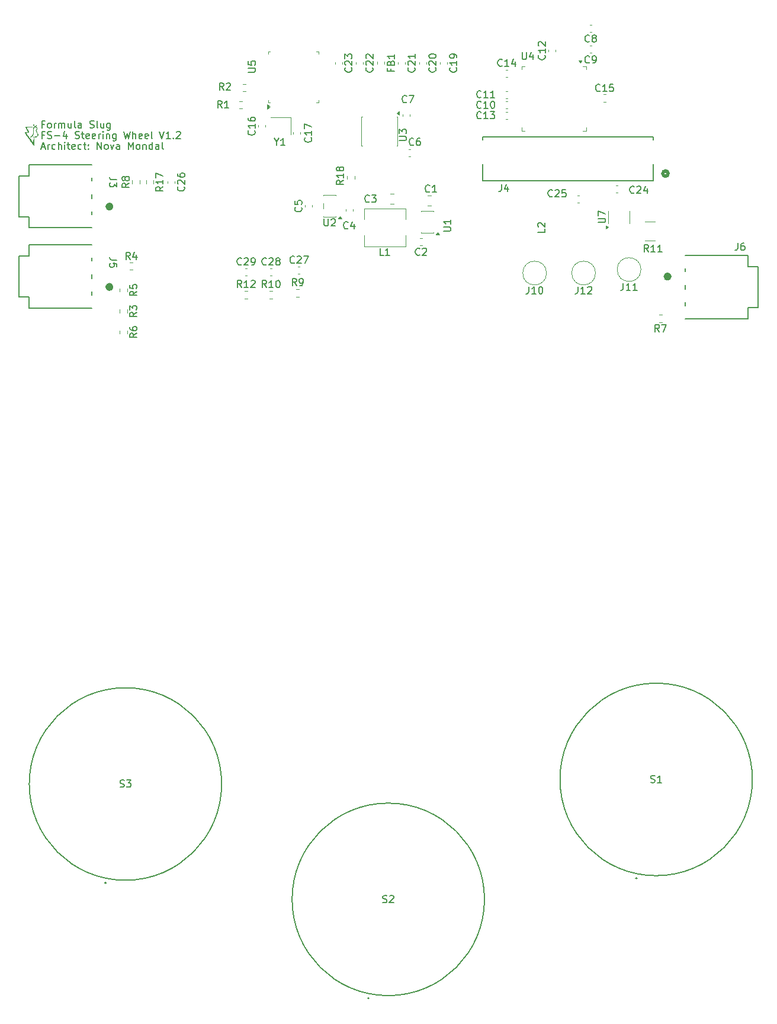
<source format=gbr>
%TF.GenerationSoftware,KiCad,Pcbnew,9.0.7*%
%TF.CreationDate,2026-02-11T01:53:08-08:00*%
%TF.ProjectId,steering_wheel,73746565-7269-46e6-975f-776865656c2e,rev?*%
%TF.SameCoordinates,Original*%
%TF.FileFunction,Legend,Top*%
%TF.FilePolarity,Positive*%
%FSLAX46Y46*%
G04 Gerber Fmt 4.6, Leading zero omitted, Abs format (unit mm)*
G04 Created by KiCad (PCBNEW 9.0.7) date 2026-02-11 01:53:08*
%MOMM*%
%LPD*%
G01*
G04 APERTURE LIST*
%ADD10C,0.152400*%
%ADD11C,0.554000*%
%ADD12C,0.120000*%
%ADD13C,0.200000*%
%ADD14C,0.508000*%
%ADD15C,0.000000*%
G04 APERTURE END LIST*
D10*
X13760503Y-18641332D02*
X13034788Y-18641332D01*
X13034788Y-18641332D02*
X12889645Y-18592951D01*
X12889645Y-18592951D02*
X12792884Y-18496189D01*
X12792884Y-18496189D02*
X12744503Y-18351046D01*
X12744503Y-18351046D02*
X12744503Y-18254284D01*
X13760503Y-19608951D02*
X13760503Y-19125141D01*
X13760503Y-19125141D02*
X13276693Y-19076760D01*
X13276693Y-19076760D02*
X13325074Y-19125141D01*
X13325074Y-19125141D02*
X13373455Y-19221903D01*
X13373455Y-19221903D02*
X13373455Y-19463808D01*
X13373455Y-19463808D02*
X13325074Y-19560570D01*
X13325074Y-19560570D02*
X13276693Y-19608951D01*
X13276693Y-19608951D02*
X13179931Y-19657332D01*
X13179931Y-19657332D02*
X12938026Y-19657332D01*
X12938026Y-19657332D02*
X12841264Y-19608951D01*
X12841264Y-19608951D02*
X12792884Y-19560570D01*
X12792884Y-19560570D02*
X12744503Y-19463808D01*
X12744503Y-19463808D02*
X12744503Y-19221903D01*
X12744503Y-19221903D02*
X12792884Y-19125141D01*
X12792884Y-19125141D02*
X12841264Y-19076760D01*
X87738857Y-9001334D02*
X87690476Y-9049715D01*
X87690476Y-9049715D02*
X87545333Y-9098095D01*
X87545333Y-9098095D02*
X87448571Y-9098095D01*
X87448571Y-9098095D02*
X87303428Y-9049715D01*
X87303428Y-9049715D02*
X87206666Y-8952953D01*
X87206666Y-8952953D02*
X87158285Y-8856191D01*
X87158285Y-8856191D02*
X87109904Y-8662667D01*
X87109904Y-8662667D02*
X87109904Y-8517524D01*
X87109904Y-8517524D02*
X87158285Y-8324000D01*
X87158285Y-8324000D02*
X87206666Y-8227238D01*
X87206666Y-8227238D02*
X87303428Y-8130476D01*
X87303428Y-8130476D02*
X87448571Y-8082095D01*
X87448571Y-8082095D02*
X87545333Y-8082095D01*
X87545333Y-8082095D02*
X87690476Y-8130476D01*
X87690476Y-8130476D02*
X87738857Y-8178857D01*
X88125904Y-8178857D02*
X88174285Y-8130476D01*
X88174285Y-8130476D02*
X88271047Y-8082095D01*
X88271047Y-8082095D02*
X88512952Y-8082095D01*
X88512952Y-8082095D02*
X88609714Y-8130476D01*
X88609714Y-8130476D02*
X88658095Y-8178857D01*
X88658095Y-8178857D02*
X88706476Y-8275619D01*
X88706476Y-8275619D02*
X88706476Y-8372381D01*
X88706476Y-8372381D02*
X88658095Y-8517524D01*
X88658095Y-8517524D02*
X88077523Y-9098095D01*
X88077523Y-9098095D02*
X88706476Y-9098095D01*
X89577333Y-8420762D02*
X89577333Y-9098095D01*
X89335428Y-8033715D02*
X89093523Y-8759429D01*
X89093523Y-8759429D02*
X89722476Y-8759429D01*
X58504667Y-8845334D02*
X58456286Y-8893715D01*
X58456286Y-8893715D02*
X58311143Y-8942095D01*
X58311143Y-8942095D02*
X58214381Y-8942095D01*
X58214381Y-8942095D02*
X58069238Y-8893715D01*
X58069238Y-8893715D02*
X57972476Y-8796953D01*
X57972476Y-8796953D02*
X57924095Y-8700191D01*
X57924095Y-8700191D02*
X57875714Y-8506667D01*
X57875714Y-8506667D02*
X57875714Y-8361524D01*
X57875714Y-8361524D02*
X57924095Y-8168000D01*
X57924095Y-8168000D02*
X57972476Y-8071238D01*
X57972476Y-8071238D02*
X58069238Y-7974476D01*
X58069238Y-7974476D02*
X58214381Y-7926095D01*
X58214381Y-7926095D02*
X58311143Y-7926095D01*
X58311143Y-7926095D02*
X58456286Y-7974476D01*
X58456286Y-7974476D02*
X58504667Y-8022857D01*
X59472286Y-8942095D02*
X58891714Y-8942095D01*
X59182000Y-8942095D02*
X59182000Y-7926095D01*
X59182000Y-7926095D02*
X59085238Y-8071238D01*
X59085238Y-8071238D02*
X58988476Y-8168000D01*
X58988476Y-8168000D02*
X58891714Y-8216381D01*
X65846857Y1634665D02*
X65798476Y1586285D01*
X65798476Y1586285D02*
X65653333Y1537904D01*
X65653333Y1537904D02*
X65556571Y1537904D01*
X65556571Y1537904D02*
X65411428Y1586285D01*
X65411428Y1586285D02*
X65314666Y1683046D01*
X65314666Y1683046D02*
X65266285Y1779808D01*
X65266285Y1779808D02*
X65217904Y1973332D01*
X65217904Y1973332D02*
X65217904Y2118475D01*
X65217904Y2118475D02*
X65266285Y2311999D01*
X65266285Y2311999D02*
X65314666Y2408761D01*
X65314666Y2408761D02*
X65411428Y2505523D01*
X65411428Y2505523D02*
X65556571Y2553904D01*
X65556571Y2553904D02*
X65653333Y2553904D01*
X65653333Y2553904D02*
X65798476Y2505523D01*
X65798476Y2505523D02*
X65846857Y2457142D01*
X66814476Y1537904D02*
X66233904Y1537904D01*
X66524190Y1537904D02*
X66524190Y2553904D01*
X66524190Y2553904D02*
X66427428Y2408761D01*
X66427428Y2408761D02*
X66330666Y2311999D01*
X66330666Y2311999D02*
X66233904Y2263618D01*
X67153142Y2553904D02*
X67782095Y2553904D01*
X67782095Y2553904D02*
X67443428Y2166856D01*
X67443428Y2166856D02*
X67588571Y2166856D01*
X67588571Y2166856D02*
X67685333Y2118475D01*
X67685333Y2118475D02*
X67733714Y2070094D01*
X67733714Y2070094D02*
X67782095Y1973332D01*
X67782095Y1973332D02*
X67782095Y1731427D01*
X67782095Y1731427D02*
X67733714Y1634665D01*
X67733714Y1634665D02*
X67685333Y1586285D01*
X67685333Y1586285D02*
X67588571Y1537904D01*
X67588571Y1537904D02*
X67298285Y1537904D01*
X67298285Y1537904D02*
X67201523Y1586285D01*
X67201523Y1586285D02*
X67153142Y1634665D01*
X90100904Y-93260715D02*
X90246047Y-93309095D01*
X90246047Y-93309095D02*
X90487952Y-93309095D01*
X90487952Y-93309095D02*
X90584714Y-93260715D01*
X90584714Y-93260715D02*
X90633095Y-93212334D01*
X90633095Y-93212334D02*
X90681476Y-93115572D01*
X90681476Y-93115572D02*
X90681476Y-93018810D01*
X90681476Y-93018810D02*
X90633095Y-92922048D01*
X90633095Y-92922048D02*
X90584714Y-92873667D01*
X90584714Y-92873667D02*
X90487952Y-92825286D01*
X90487952Y-92825286D02*
X90294428Y-92776905D01*
X90294428Y-92776905D02*
X90197666Y-92728524D01*
X90197666Y-92728524D02*
X90149285Y-92680143D01*
X90149285Y-92680143D02*
X90100904Y-92583381D01*
X90100904Y-92583381D02*
X90100904Y-92486619D01*
X90100904Y-92486619D02*
X90149285Y-92389857D01*
X90149285Y-92389857D02*
X90197666Y-92341476D01*
X90197666Y-92341476D02*
X90294428Y-92293095D01*
X90294428Y-92293095D02*
X90536333Y-92293095D01*
X90536333Y-92293095D02*
X90681476Y-92341476D01*
X91649095Y-93309095D02*
X91068523Y-93309095D01*
X91358809Y-93309095D02*
X91358809Y-92293095D01*
X91358809Y-92293095D02*
X91262047Y-92438238D01*
X91262047Y-92438238D02*
X91165285Y-92535000D01*
X91165285Y-92535000D02*
X91068523Y-92583381D01*
X82846857Y5564665D02*
X82798476Y5516285D01*
X82798476Y5516285D02*
X82653333Y5467904D01*
X82653333Y5467904D02*
X82556571Y5467904D01*
X82556571Y5467904D02*
X82411428Y5516285D01*
X82411428Y5516285D02*
X82314666Y5613046D01*
X82314666Y5613046D02*
X82266285Y5709808D01*
X82266285Y5709808D02*
X82217904Y5903332D01*
X82217904Y5903332D02*
X82217904Y6048475D01*
X82217904Y6048475D02*
X82266285Y6241999D01*
X82266285Y6241999D02*
X82314666Y6338761D01*
X82314666Y6338761D02*
X82411428Y6435523D01*
X82411428Y6435523D02*
X82556571Y6483904D01*
X82556571Y6483904D02*
X82653333Y6483904D01*
X82653333Y6483904D02*
X82798476Y6435523D01*
X82798476Y6435523D02*
X82846857Y6387142D01*
X83814476Y5467904D02*
X83233904Y5467904D01*
X83524190Y5467904D02*
X83524190Y6483904D01*
X83524190Y6483904D02*
X83427428Y6338761D01*
X83427428Y6338761D02*
X83330666Y6241999D01*
X83330666Y6241999D02*
X83233904Y6193618D01*
X84733714Y6483904D02*
X84249904Y6483904D01*
X84249904Y6483904D02*
X84201523Y6000094D01*
X84201523Y6000094D02*
X84249904Y6048475D01*
X84249904Y6048475D02*
X84346666Y6096856D01*
X84346666Y6096856D02*
X84588571Y6096856D01*
X84588571Y6096856D02*
X84685333Y6048475D01*
X84685333Y6048475D02*
X84733714Y6000094D01*
X84733714Y6000094D02*
X84782095Y5903332D01*
X84782095Y5903332D02*
X84782095Y5661427D01*
X84782095Y5661427D02*
X84733714Y5564665D01*
X84733714Y5564665D02*
X84685333Y5516285D01*
X84685333Y5516285D02*
X84588571Y5467904D01*
X84588571Y5467904D02*
X84346666Y5467904D01*
X84346666Y5467904D02*
X84249904Y5516285D01*
X84249904Y5516285D02*
X84201523Y5564665D01*
X16624095Y-29101332D02*
X16140286Y-29439999D01*
X16624095Y-29681904D02*
X15608095Y-29681904D01*
X15608095Y-29681904D02*
X15608095Y-29294856D01*
X15608095Y-29294856D02*
X15656476Y-29198094D01*
X15656476Y-29198094D02*
X15704857Y-29149713D01*
X15704857Y-29149713D02*
X15801619Y-29101332D01*
X15801619Y-29101332D02*
X15946762Y-29101332D01*
X15946762Y-29101332D02*
X16043524Y-29149713D01*
X16043524Y-29149713D02*
X16091905Y-29198094D01*
X16091905Y-29198094D02*
X16140286Y-29294856D01*
X16140286Y-29294856D02*
X16140286Y-29681904D01*
X15608095Y-28230475D02*
X15608095Y-28423999D01*
X15608095Y-28423999D02*
X15656476Y-28520761D01*
X15656476Y-28520761D02*
X15704857Y-28569142D01*
X15704857Y-28569142D02*
X15850000Y-28665904D01*
X15850000Y-28665904D02*
X16043524Y-28714285D01*
X16043524Y-28714285D02*
X16430572Y-28714285D01*
X16430572Y-28714285D02*
X16527334Y-28665904D01*
X16527334Y-28665904D02*
X16575715Y-28617523D01*
X16575715Y-28617523D02*
X16624095Y-28520761D01*
X16624095Y-28520761D02*
X16624095Y-28327237D01*
X16624095Y-28327237D02*
X16575715Y-28230475D01*
X16575715Y-28230475D02*
X16527334Y-28182094D01*
X16527334Y-28182094D02*
X16430572Y-28133713D01*
X16430572Y-28133713D02*
X16188667Y-28133713D01*
X16188667Y-28133713D02*
X16091905Y-28182094D01*
X16091905Y-28182094D02*
X16043524Y-28230475D01*
X16043524Y-28230475D02*
X15995143Y-28327237D01*
X15995143Y-28327237D02*
X15995143Y-28520761D01*
X15995143Y-28520761D02*
X16043524Y-28617523D01*
X16043524Y-28617523D02*
X16091905Y-28665904D01*
X16091905Y-28665904D02*
X16188667Y-28714285D01*
X68846857Y9134665D02*
X68798476Y9086285D01*
X68798476Y9086285D02*
X68653333Y9037904D01*
X68653333Y9037904D02*
X68556571Y9037904D01*
X68556571Y9037904D02*
X68411428Y9086285D01*
X68411428Y9086285D02*
X68314666Y9183046D01*
X68314666Y9183046D02*
X68266285Y9279808D01*
X68266285Y9279808D02*
X68217904Y9473332D01*
X68217904Y9473332D02*
X68217904Y9618475D01*
X68217904Y9618475D02*
X68266285Y9811999D01*
X68266285Y9811999D02*
X68314666Y9908761D01*
X68314666Y9908761D02*
X68411428Y10005523D01*
X68411428Y10005523D02*
X68556571Y10053904D01*
X68556571Y10053904D02*
X68653333Y10053904D01*
X68653333Y10053904D02*
X68798476Y10005523D01*
X68798476Y10005523D02*
X68846857Y9957142D01*
X69814476Y9037904D02*
X69233904Y9037904D01*
X69524190Y9037904D02*
X69524190Y10053904D01*
X69524190Y10053904D02*
X69427428Y9908761D01*
X69427428Y9908761D02*
X69330666Y9811999D01*
X69330666Y9811999D02*
X69233904Y9763618D01*
X70685333Y9715237D02*
X70685333Y9037904D01*
X70443428Y10102285D02*
X70201523Y9376570D01*
X70201523Y9376570D02*
X70830476Y9376570D01*
X50295334Y8846857D02*
X50343715Y8798476D01*
X50343715Y8798476D02*
X50392095Y8653333D01*
X50392095Y8653333D02*
X50392095Y8556571D01*
X50392095Y8556571D02*
X50343715Y8411428D01*
X50343715Y8411428D02*
X50246953Y8314666D01*
X50246953Y8314666D02*
X50150191Y8266285D01*
X50150191Y8266285D02*
X49956667Y8217904D01*
X49956667Y8217904D02*
X49811524Y8217904D01*
X49811524Y8217904D02*
X49618000Y8266285D01*
X49618000Y8266285D02*
X49521238Y8314666D01*
X49521238Y8314666D02*
X49424476Y8411428D01*
X49424476Y8411428D02*
X49376095Y8556571D01*
X49376095Y8556571D02*
X49376095Y8653333D01*
X49376095Y8653333D02*
X49424476Y8798476D01*
X49424476Y8798476D02*
X49472857Y8846857D01*
X49472857Y9233904D02*
X49424476Y9282285D01*
X49424476Y9282285D02*
X49376095Y9379047D01*
X49376095Y9379047D02*
X49376095Y9620952D01*
X49376095Y9620952D02*
X49424476Y9717714D01*
X49424476Y9717714D02*
X49472857Y9766095D01*
X49472857Y9766095D02*
X49569619Y9814476D01*
X49569619Y9814476D02*
X49666381Y9814476D01*
X49666381Y9814476D02*
X49811524Y9766095D01*
X49811524Y9766095D02*
X50392095Y9185523D01*
X50392095Y9185523D02*
X50392095Y9814476D01*
X49472857Y10201523D02*
X49424476Y10249904D01*
X49424476Y10249904D02*
X49376095Y10346666D01*
X49376095Y10346666D02*
X49376095Y10588571D01*
X49376095Y10588571D02*
X49424476Y10685333D01*
X49424476Y10685333D02*
X49472857Y10733714D01*
X49472857Y10733714D02*
X49569619Y10782095D01*
X49569619Y10782095D02*
X49666381Y10782095D01*
X49666381Y10782095D02*
X49811524Y10733714D01*
X49811524Y10733714D02*
X50392095Y10153142D01*
X50392095Y10153142D02*
X50392095Y10782095D01*
X57084667Y-17867334D02*
X57036286Y-17915715D01*
X57036286Y-17915715D02*
X56891143Y-17964095D01*
X56891143Y-17964095D02*
X56794381Y-17964095D01*
X56794381Y-17964095D02*
X56649238Y-17915715D01*
X56649238Y-17915715D02*
X56552476Y-17818953D01*
X56552476Y-17818953D02*
X56504095Y-17722191D01*
X56504095Y-17722191D02*
X56455714Y-17528667D01*
X56455714Y-17528667D02*
X56455714Y-17383524D01*
X56455714Y-17383524D02*
X56504095Y-17190000D01*
X56504095Y-17190000D02*
X56552476Y-17093238D01*
X56552476Y-17093238D02*
X56649238Y-16996476D01*
X56649238Y-16996476D02*
X56794381Y-16948095D01*
X56794381Y-16948095D02*
X56891143Y-16948095D01*
X56891143Y-16948095D02*
X57036286Y-16996476D01*
X57036286Y-16996476D02*
X57084667Y-17044857D01*
X57471714Y-17044857D02*
X57520095Y-16996476D01*
X57520095Y-16996476D02*
X57616857Y-16948095D01*
X57616857Y-16948095D02*
X57858762Y-16948095D01*
X57858762Y-16948095D02*
X57955524Y-16996476D01*
X57955524Y-16996476D02*
X58003905Y-17044857D01*
X58003905Y-17044857D02*
X58052286Y-17141619D01*
X58052286Y-17141619D02*
X58052286Y-17238381D01*
X58052286Y-17238381D02*
X58003905Y-17383524D01*
X58003905Y-17383524D02*
X57423333Y-17964095D01*
X57423333Y-17964095D02*
X58052286Y-17964095D01*
X15655667Y-18532095D02*
X15317000Y-18048286D01*
X15075095Y-18532095D02*
X15075095Y-17516095D01*
X15075095Y-17516095D02*
X15462143Y-17516095D01*
X15462143Y-17516095D02*
X15558905Y-17564476D01*
X15558905Y-17564476D02*
X15607286Y-17612857D01*
X15607286Y-17612857D02*
X15655667Y-17709619D01*
X15655667Y-17709619D02*
X15655667Y-17854762D01*
X15655667Y-17854762D02*
X15607286Y-17951524D01*
X15607286Y-17951524D02*
X15558905Y-17999905D01*
X15558905Y-17999905D02*
X15462143Y-18048286D01*
X15462143Y-18048286D02*
X15075095Y-18048286D01*
X16526524Y-17854762D02*
X16526524Y-18532095D01*
X16284619Y-17467715D02*
X16042714Y-18193429D01*
X16042714Y-18193429D02*
X16671667Y-18193429D01*
X65846857Y3134665D02*
X65798476Y3086285D01*
X65798476Y3086285D02*
X65653333Y3037904D01*
X65653333Y3037904D02*
X65556571Y3037904D01*
X65556571Y3037904D02*
X65411428Y3086285D01*
X65411428Y3086285D02*
X65314666Y3183046D01*
X65314666Y3183046D02*
X65266285Y3279808D01*
X65266285Y3279808D02*
X65217904Y3473332D01*
X65217904Y3473332D02*
X65217904Y3618475D01*
X65217904Y3618475D02*
X65266285Y3811999D01*
X65266285Y3811999D02*
X65314666Y3908761D01*
X65314666Y3908761D02*
X65411428Y4005523D01*
X65411428Y4005523D02*
X65556571Y4053904D01*
X65556571Y4053904D02*
X65653333Y4053904D01*
X65653333Y4053904D02*
X65798476Y4005523D01*
X65798476Y4005523D02*
X65846857Y3957142D01*
X66814476Y3037904D02*
X66233904Y3037904D01*
X66524190Y3037904D02*
X66524190Y4053904D01*
X66524190Y4053904D02*
X66427428Y3908761D01*
X66427428Y3908761D02*
X66330666Y3811999D01*
X66330666Y3811999D02*
X66233904Y3763618D01*
X67443428Y4053904D02*
X67540190Y4053904D01*
X67540190Y4053904D02*
X67636952Y4005523D01*
X67636952Y4005523D02*
X67685333Y3957142D01*
X67685333Y3957142D02*
X67733714Y3860380D01*
X67733714Y3860380D02*
X67782095Y3666856D01*
X67782095Y3666856D02*
X67782095Y3424951D01*
X67782095Y3424951D02*
X67733714Y3231427D01*
X67733714Y3231427D02*
X67685333Y3134665D01*
X67685333Y3134665D02*
X67636952Y3086285D01*
X67636952Y3086285D02*
X67540190Y3037904D01*
X67540190Y3037904D02*
X67443428Y3037904D01*
X67443428Y3037904D02*
X67346666Y3086285D01*
X67346666Y3086285D02*
X67298285Y3134665D01*
X67298285Y3134665D02*
X67249904Y3231427D01*
X67249904Y3231427D02*
X67201523Y3424951D01*
X67201523Y3424951D02*
X67201523Y3666856D01*
X67201523Y3666856D02*
X67249904Y3860380D01*
X67249904Y3860380D02*
X67298285Y3957142D01*
X67298285Y3957142D02*
X67346666Y4005523D01*
X67346666Y4005523D02*
X67443428Y4053904D01*
X89770857Y-17480095D02*
X89432190Y-16996286D01*
X89190285Y-17480095D02*
X89190285Y-16464095D01*
X89190285Y-16464095D02*
X89577333Y-16464095D01*
X89577333Y-16464095D02*
X89674095Y-16512476D01*
X89674095Y-16512476D02*
X89722476Y-16560857D01*
X89722476Y-16560857D02*
X89770857Y-16657619D01*
X89770857Y-16657619D02*
X89770857Y-16802762D01*
X89770857Y-16802762D02*
X89722476Y-16899524D01*
X89722476Y-16899524D02*
X89674095Y-16947905D01*
X89674095Y-16947905D02*
X89577333Y-16996286D01*
X89577333Y-16996286D02*
X89190285Y-16996286D01*
X90738476Y-17480095D02*
X90157904Y-17480095D01*
X90448190Y-17480095D02*
X90448190Y-16464095D01*
X90448190Y-16464095D02*
X90351428Y-16609238D01*
X90351428Y-16609238D02*
X90254666Y-16706000D01*
X90254666Y-16706000D02*
X90157904Y-16754381D01*
X91706095Y-17480095D02*
X91125523Y-17480095D01*
X91415809Y-17480095D02*
X91415809Y-16464095D01*
X91415809Y-16464095D02*
X91319047Y-16609238D01*
X91319047Y-16609238D02*
X91222285Y-16706000D01*
X91222285Y-16706000D02*
X91125523Y-16754381D01*
X102531333Y-16210095D02*
X102531333Y-16935810D01*
X102531333Y-16935810D02*
X102482952Y-17080953D01*
X102482952Y-17080953D02*
X102386190Y-17177715D01*
X102386190Y-17177715D02*
X102241047Y-17226095D01*
X102241047Y-17226095D02*
X102144285Y-17226095D01*
X103450571Y-16210095D02*
X103257047Y-16210095D01*
X103257047Y-16210095D02*
X103160285Y-16258476D01*
X103160285Y-16258476D02*
X103111904Y-16306857D01*
X103111904Y-16306857D02*
X103015142Y-16452000D01*
X103015142Y-16452000D02*
X102966761Y-16645524D01*
X102966761Y-16645524D02*
X102966761Y-17032572D01*
X102966761Y-17032572D02*
X103015142Y-17129334D01*
X103015142Y-17129334D02*
X103063523Y-17177715D01*
X103063523Y-17177715D02*
X103160285Y-17226095D01*
X103160285Y-17226095D02*
X103353809Y-17226095D01*
X103353809Y-17226095D02*
X103450571Y-17177715D01*
X103450571Y-17177715D02*
X103498952Y-17129334D01*
X103498952Y-17129334D02*
X103547333Y-17032572D01*
X103547333Y-17032572D02*
X103547333Y-16790667D01*
X103547333Y-16790667D02*
X103498952Y-16693905D01*
X103498952Y-16693905D02*
X103450571Y-16645524D01*
X103450571Y-16645524D02*
X103353809Y-16597143D01*
X103353809Y-16597143D02*
X103160285Y-16597143D01*
X103160285Y-16597143D02*
X103063523Y-16645524D01*
X103063523Y-16645524D02*
X103015142Y-16693905D01*
X103015142Y-16693905D02*
X102966761Y-16790667D01*
X47295334Y8846857D02*
X47343715Y8798476D01*
X47343715Y8798476D02*
X47392095Y8653333D01*
X47392095Y8653333D02*
X47392095Y8556571D01*
X47392095Y8556571D02*
X47343715Y8411428D01*
X47343715Y8411428D02*
X47246953Y8314666D01*
X47246953Y8314666D02*
X47150191Y8266285D01*
X47150191Y8266285D02*
X46956667Y8217904D01*
X46956667Y8217904D02*
X46811524Y8217904D01*
X46811524Y8217904D02*
X46618000Y8266285D01*
X46618000Y8266285D02*
X46521238Y8314666D01*
X46521238Y8314666D02*
X46424476Y8411428D01*
X46424476Y8411428D02*
X46376095Y8556571D01*
X46376095Y8556571D02*
X46376095Y8653333D01*
X46376095Y8653333D02*
X46424476Y8798476D01*
X46424476Y8798476D02*
X46472857Y8846857D01*
X46472857Y9233904D02*
X46424476Y9282285D01*
X46424476Y9282285D02*
X46376095Y9379047D01*
X46376095Y9379047D02*
X46376095Y9620952D01*
X46376095Y9620952D02*
X46424476Y9717714D01*
X46424476Y9717714D02*
X46472857Y9766095D01*
X46472857Y9766095D02*
X46569619Y9814476D01*
X46569619Y9814476D02*
X46666381Y9814476D01*
X46666381Y9814476D02*
X46811524Y9766095D01*
X46811524Y9766095D02*
X47392095Y9185523D01*
X47392095Y9185523D02*
X47392095Y9814476D01*
X46376095Y10153142D02*
X46376095Y10782095D01*
X46376095Y10782095D02*
X46763143Y10443428D01*
X46763143Y10443428D02*
X46763143Y10588571D01*
X46763143Y10588571D02*
X46811524Y10685333D01*
X46811524Y10685333D02*
X46859905Y10733714D01*
X46859905Y10733714D02*
X46956667Y10782095D01*
X46956667Y10782095D02*
X47198572Y10782095D01*
X47198572Y10782095D02*
X47295334Y10733714D01*
X47295334Y10733714D02*
X47343715Y10685333D01*
X47343715Y10685333D02*
X47392095Y10588571D01*
X47392095Y10588571D02*
X47392095Y10298285D01*
X47392095Y10298285D02*
X47343715Y10201523D01*
X47343715Y10201523D02*
X47295334Y10153142D01*
X51803904Y-110395715D02*
X51949047Y-110444095D01*
X51949047Y-110444095D02*
X52190952Y-110444095D01*
X52190952Y-110444095D02*
X52287714Y-110395715D01*
X52287714Y-110395715D02*
X52336095Y-110347334D01*
X52336095Y-110347334D02*
X52384476Y-110250572D01*
X52384476Y-110250572D02*
X52384476Y-110153810D01*
X52384476Y-110153810D02*
X52336095Y-110057048D01*
X52336095Y-110057048D02*
X52287714Y-110008667D01*
X52287714Y-110008667D02*
X52190952Y-109960286D01*
X52190952Y-109960286D02*
X51997428Y-109911905D01*
X51997428Y-109911905D02*
X51900666Y-109863524D01*
X51900666Y-109863524D02*
X51852285Y-109815143D01*
X51852285Y-109815143D02*
X51803904Y-109718381D01*
X51803904Y-109718381D02*
X51803904Y-109621619D01*
X51803904Y-109621619D02*
X51852285Y-109524857D01*
X51852285Y-109524857D02*
X51900666Y-109476476D01*
X51900666Y-109476476D02*
X51997428Y-109428095D01*
X51997428Y-109428095D02*
X52239333Y-109428095D01*
X52239333Y-109428095D02*
X52384476Y-109476476D01*
X52771523Y-109524857D02*
X52819904Y-109476476D01*
X52819904Y-109476476D02*
X52916666Y-109428095D01*
X52916666Y-109428095D02*
X53158571Y-109428095D01*
X53158571Y-109428095D02*
X53255333Y-109476476D01*
X53255333Y-109476476D02*
X53303714Y-109524857D01*
X53303714Y-109524857D02*
X53352095Y-109621619D01*
X53352095Y-109621619D02*
X53352095Y-109718381D01*
X53352095Y-109718381D02*
X53303714Y-109863524D01*
X53303714Y-109863524D02*
X52723142Y-110444095D01*
X52723142Y-110444095D02*
X53352095Y-110444095D01*
X68749333Y-7828095D02*
X68749333Y-8553810D01*
X68749333Y-8553810D02*
X68700952Y-8698953D01*
X68700952Y-8698953D02*
X68604190Y-8795715D01*
X68604190Y-8795715D02*
X68459047Y-8844095D01*
X68459047Y-8844095D02*
X68362285Y-8844095D01*
X69668571Y-8166762D02*
X69668571Y-8844095D01*
X69426666Y-7779715D02*
X69184761Y-8505429D01*
X69184761Y-8505429D02*
X69813714Y-8505429D01*
X65846857Y4634665D02*
X65798476Y4586285D01*
X65798476Y4586285D02*
X65653333Y4537904D01*
X65653333Y4537904D02*
X65556571Y4537904D01*
X65556571Y4537904D02*
X65411428Y4586285D01*
X65411428Y4586285D02*
X65314666Y4683046D01*
X65314666Y4683046D02*
X65266285Y4779808D01*
X65266285Y4779808D02*
X65217904Y4973332D01*
X65217904Y4973332D02*
X65217904Y5118475D01*
X65217904Y5118475D02*
X65266285Y5311999D01*
X65266285Y5311999D02*
X65314666Y5408761D01*
X65314666Y5408761D02*
X65411428Y5505523D01*
X65411428Y5505523D02*
X65556571Y5553904D01*
X65556571Y5553904D02*
X65653333Y5553904D01*
X65653333Y5553904D02*
X65798476Y5505523D01*
X65798476Y5505523D02*
X65846857Y5457142D01*
X66814476Y4537904D02*
X66233904Y4537904D01*
X66524190Y4537904D02*
X66524190Y5553904D01*
X66524190Y5553904D02*
X66427428Y5408761D01*
X66427428Y5408761D02*
X66330666Y5311999D01*
X66330666Y5311999D02*
X66233904Y5263618D01*
X67782095Y4537904D02*
X67201523Y4537904D01*
X67491809Y4537904D02*
X67491809Y5553904D01*
X67491809Y5553904D02*
X67395047Y5408761D01*
X67395047Y5408761D02*
X67298285Y5311999D01*
X67298285Y5311999D02*
X67201523Y5263618D01*
X56205667Y-2143334D02*
X56157286Y-2191715D01*
X56157286Y-2191715D02*
X56012143Y-2240095D01*
X56012143Y-2240095D02*
X55915381Y-2240095D01*
X55915381Y-2240095D02*
X55770238Y-2191715D01*
X55770238Y-2191715D02*
X55673476Y-2094953D01*
X55673476Y-2094953D02*
X55625095Y-1998191D01*
X55625095Y-1998191D02*
X55576714Y-1804667D01*
X55576714Y-1804667D02*
X55576714Y-1659524D01*
X55576714Y-1659524D02*
X55625095Y-1466000D01*
X55625095Y-1466000D02*
X55673476Y-1369238D01*
X55673476Y-1369238D02*
X55770238Y-1272476D01*
X55770238Y-1272476D02*
X55915381Y-1224095D01*
X55915381Y-1224095D02*
X56012143Y-1224095D01*
X56012143Y-1224095D02*
X56157286Y-1272476D01*
X56157286Y-1272476D02*
X56205667Y-1320857D01*
X57076524Y-1224095D02*
X56883000Y-1224095D01*
X56883000Y-1224095D02*
X56786238Y-1272476D01*
X56786238Y-1272476D02*
X56737857Y-1320857D01*
X56737857Y-1320857D02*
X56641095Y-1466000D01*
X56641095Y-1466000D02*
X56592714Y-1659524D01*
X56592714Y-1659524D02*
X56592714Y-2046572D01*
X56592714Y-2046572D02*
X56641095Y-2143334D01*
X56641095Y-2143334D02*
X56689476Y-2191715D01*
X56689476Y-2191715D02*
X56786238Y-2240095D01*
X56786238Y-2240095D02*
X56979762Y-2240095D01*
X56979762Y-2240095D02*
X57076524Y-2191715D01*
X57076524Y-2191715D02*
X57124905Y-2143334D01*
X57124905Y-2143334D02*
X57173286Y-2046572D01*
X57173286Y-2046572D02*
X57173286Y-1804667D01*
X57173286Y-1804667D02*
X57124905Y-1707905D01*
X57124905Y-1707905D02*
X57076524Y-1659524D01*
X57076524Y-1659524D02*
X56979762Y-1611143D01*
X56979762Y-1611143D02*
X56786238Y-1611143D01*
X56786238Y-1611143D02*
X56689476Y-1659524D01*
X56689476Y-1659524D02*
X56641095Y-1707905D01*
X56641095Y-1707905D02*
X56592714Y-1804667D01*
X49868667Y-10271334D02*
X49820286Y-10319715D01*
X49820286Y-10319715D02*
X49675143Y-10368095D01*
X49675143Y-10368095D02*
X49578381Y-10368095D01*
X49578381Y-10368095D02*
X49433238Y-10319715D01*
X49433238Y-10319715D02*
X49336476Y-10222953D01*
X49336476Y-10222953D02*
X49288095Y-10126191D01*
X49288095Y-10126191D02*
X49239714Y-9932667D01*
X49239714Y-9932667D02*
X49239714Y-9787524D01*
X49239714Y-9787524D02*
X49288095Y-9594000D01*
X49288095Y-9594000D02*
X49336476Y-9497238D01*
X49336476Y-9497238D02*
X49433238Y-9400476D01*
X49433238Y-9400476D02*
X49578381Y-9352095D01*
X49578381Y-9352095D02*
X49675143Y-9352095D01*
X49675143Y-9352095D02*
X49820286Y-9400476D01*
X49820286Y-9400476D02*
X49868667Y-9448857D01*
X50207333Y-9352095D02*
X50836286Y-9352095D01*
X50836286Y-9352095D02*
X50497619Y-9739143D01*
X50497619Y-9739143D02*
X50642762Y-9739143D01*
X50642762Y-9739143D02*
X50739524Y-9787524D01*
X50739524Y-9787524D02*
X50787905Y-9835905D01*
X50787905Y-9835905D02*
X50836286Y-9932667D01*
X50836286Y-9932667D02*
X50836286Y-10174572D01*
X50836286Y-10174572D02*
X50787905Y-10271334D01*
X50787905Y-10271334D02*
X50739524Y-10319715D01*
X50739524Y-10319715D02*
X50642762Y-10368095D01*
X50642762Y-10368095D02*
X50352476Y-10368095D01*
X50352476Y-10368095D02*
X50255714Y-10319715D01*
X50255714Y-10319715D02*
X50207333Y-10271334D01*
X14225904Y-93913715D02*
X14371047Y-93962095D01*
X14371047Y-93962095D02*
X14612952Y-93962095D01*
X14612952Y-93962095D02*
X14709714Y-93913715D01*
X14709714Y-93913715D02*
X14758095Y-93865334D01*
X14758095Y-93865334D02*
X14806476Y-93768572D01*
X14806476Y-93768572D02*
X14806476Y-93671810D01*
X14806476Y-93671810D02*
X14758095Y-93575048D01*
X14758095Y-93575048D02*
X14709714Y-93526667D01*
X14709714Y-93526667D02*
X14612952Y-93478286D01*
X14612952Y-93478286D02*
X14419428Y-93429905D01*
X14419428Y-93429905D02*
X14322666Y-93381524D01*
X14322666Y-93381524D02*
X14274285Y-93333143D01*
X14274285Y-93333143D02*
X14225904Y-93236381D01*
X14225904Y-93236381D02*
X14225904Y-93139619D01*
X14225904Y-93139619D02*
X14274285Y-93042857D01*
X14274285Y-93042857D02*
X14322666Y-92994476D01*
X14322666Y-92994476D02*
X14419428Y-92946095D01*
X14419428Y-92946095D02*
X14661333Y-92946095D01*
X14661333Y-92946095D02*
X14806476Y-92994476D01*
X15145142Y-92946095D02*
X15774095Y-92946095D01*
X15774095Y-92946095D02*
X15435428Y-93333143D01*
X15435428Y-93333143D02*
X15580571Y-93333143D01*
X15580571Y-93333143D02*
X15677333Y-93381524D01*
X15677333Y-93381524D02*
X15725714Y-93429905D01*
X15725714Y-93429905D02*
X15774095Y-93526667D01*
X15774095Y-93526667D02*
X15774095Y-93768572D01*
X15774095Y-93768572D02*
X15725714Y-93865334D01*
X15725714Y-93865334D02*
X15677333Y-93913715D01*
X15677333Y-93913715D02*
X15580571Y-93962095D01*
X15580571Y-93962095D02*
X15290285Y-93962095D01*
X15290285Y-93962095D02*
X15193523Y-93913715D01*
X15193523Y-93913715D02*
X15145142Y-93865334D01*
X62285334Y8846857D02*
X62333715Y8798476D01*
X62333715Y8798476D02*
X62382095Y8653333D01*
X62382095Y8653333D02*
X62382095Y8556571D01*
X62382095Y8556571D02*
X62333715Y8411428D01*
X62333715Y8411428D02*
X62236953Y8314666D01*
X62236953Y8314666D02*
X62140191Y8266285D01*
X62140191Y8266285D02*
X61946667Y8217904D01*
X61946667Y8217904D02*
X61801524Y8217904D01*
X61801524Y8217904D02*
X61608000Y8266285D01*
X61608000Y8266285D02*
X61511238Y8314666D01*
X61511238Y8314666D02*
X61414476Y8411428D01*
X61414476Y8411428D02*
X61366095Y8556571D01*
X61366095Y8556571D02*
X61366095Y8653333D01*
X61366095Y8653333D02*
X61414476Y8798476D01*
X61414476Y8798476D02*
X61462857Y8846857D01*
X62382095Y9814476D02*
X62382095Y9233904D01*
X62382095Y9524190D02*
X61366095Y9524190D01*
X61366095Y9524190D02*
X61511238Y9427428D01*
X61511238Y9427428D02*
X61608000Y9330666D01*
X61608000Y9330666D02*
X61656381Y9233904D01*
X62382095Y10298285D02*
X62382095Y10491809D01*
X62382095Y10491809D02*
X62333715Y10588571D01*
X62333715Y10588571D02*
X62285334Y10636952D01*
X62285334Y10636952D02*
X62140191Y10733714D01*
X62140191Y10733714D02*
X61946667Y10782095D01*
X61946667Y10782095D02*
X61559619Y10782095D01*
X61559619Y10782095D02*
X61462857Y10733714D01*
X61462857Y10733714D02*
X61414476Y10685333D01*
X61414476Y10685333D02*
X61366095Y10588571D01*
X61366095Y10588571D02*
X61366095Y10395047D01*
X61366095Y10395047D02*
X61414476Y10298285D01*
X61414476Y10298285D02*
X61462857Y10249904D01*
X61462857Y10249904D02*
X61559619Y10201523D01*
X61559619Y10201523D02*
X61801524Y10201523D01*
X61801524Y10201523D02*
X61898286Y10249904D01*
X61898286Y10249904D02*
X61946667Y10298285D01*
X61946667Y10298285D02*
X61995048Y10395047D01*
X61995048Y10395047D02*
X61995048Y10588571D01*
X61995048Y10588571D02*
X61946667Y10685333D01*
X61946667Y10685333D02*
X61898286Y10733714D01*
X61898286Y10733714D02*
X61801524Y10782095D01*
X2998366Y-2516354D02*
X3482176Y-2516354D01*
X2901604Y-2806639D02*
X3240271Y-1790639D01*
X3240271Y-1790639D02*
X3578938Y-2806639D01*
X3917604Y-2806639D02*
X3917604Y-2129306D01*
X3917604Y-2322830D02*
X3965985Y-2226068D01*
X3965985Y-2226068D02*
X4014366Y-2177687D01*
X4014366Y-2177687D02*
X4111128Y-2129306D01*
X4111128Y-2129306D02*
X4207890Y-2129306D01*
X4981985Y-2758259D02*
X4885223Y-2806639D01*
X4885223Y-2806639D02*
X4691699Y-2806639D01*
X4691699Y-2806639D02*
X4594937Y-2758259D01*
X4594937Y-2758259D02*
X4546556Y-2709878D01*
X4546556Y-2709878D02*
X4498175Y-2613116D01*
X4498175Y-2613116D02*
X4498175Y-2322830D01*
X4498175Y-2322830D02*
X4546556Y-2226068D01*
X4546556Y-2226068D02*
X4594937Y-2177687D01*
X4594937Y-2177687D02*
X4691699Y-2129306D01*
X4691699Y-2129306D02*
X4885223Y-2129306D01*
X4885223Y-2129306D02*
X4981985Y-2177687D01*
X5417413Y-2806639D02*
X5417413Y-1790639D01*
X5852842Y-2806639D02*
X5852842Y-2274449D01*
X5852842Y-2274449D02*
X5804461Y-2177687D01*
X5804461Y-2177687D02*
X5707699Y-2129306D01*
X5707699Y-2129306D02*
X5562556Y-2129306D01*
X5562556Y-2129306D02*
X5465794Y-2177687D01*
X5465794Y-2177687D02*
X5417413Y-2226068D01*
X6336651Y-2806639D02*
X6336651Y-2129306D01*
X6336651Y-1790639D02*
X6288270Y-1839020D01*
X6288270Y-1839020D02*
X6336651Y-1887401D01*
X6336651Y-1887401D02*
X6385032Y-1839020D01*
X6385032Y-1839020D02*
X6336651Y-1790639D01*
X6336651Y-1790639D02*
X6336651Y-1887401D01*
X6675318Y-2129306D02*
X7062366Y-2129306D01*
X6820461Y-1790639D02*
X6820461Y-2661497D01*
X6820461Y-2661497D02*
X6868842Y-2758259D01*
X6868842Y-2758259D02*
X6965604Y-2806639D01*
X6965604Y-2806639D02*
X7062366Y-2806639D01*
X7788080Y-2758259D02*
X7691318Y-2806639D01*
X7691318Y-2806639D02*
X7497794Y-2806639D01*
X7497794Y-2806639D02*
X7401032Y-2758259D01*
X7401032Y-2758259D02*
X7352651Y-2661497D01*
X7352651Y-2661497D02*
X7352651Y-2274449D01*
X7352651Y-2274449D02*
X7401032Y-2177687D01*
X7401032Y-2177687D02*
X7497794Y-2129306D01*
X7497794Y-2129306D02*
X7691318Y-2129306D01*
X7691318Y-2129306D02*
X7788080Y-2177687D01*
X7788080Y-2177687D02*
X7836461Y-2274449D01*
X7836461Y-2274449D02*
X7836461Y-2371211D01*
X7836461Y-2371211D02*
X7352651Y-2467973D01*
X8707318Y-2758259D02*
X8610556Y-2806639D01*
X8610556Y-2806639D02*
X8417032Y-2806639D01*
X8417032Y-2806639D02*
X8320270Y-2758259D01*
X8320270Y-2758259D02*
X8271889Y-2709878D01*
X8271889Y-2709878D02*
X8223508Y-2613116D01*
X8223508Y-2613116D02*
X8223508Y-2322830D01*
X8223508Y-2322830D02*
X8271889Y-2226068D01*
X8271889Y-2226068D02*
X8320270Y-2177687D01*
X8320270Y-2177687D02*
X8417032Y-2129306D01*
X8417032Y-2129306D02*
X8610556Y-2129306D01*
X8610556Y-2129306D02*
X8707318Y-2177687D01*
X8997603Y-2129306D02*
X9384651Y-2129306D01*
X9142746Y-1790639D02*
X9142746Y-2661497D01*
X9142746Y-2661497D02*
X9191127Y-2758259D01*
X9191127Y-2758259D02*
X9287889Y-2806639D01*
X9287889Y-2806639D02*
X9384651Y-2806639D01*
X9723317Y-2709878D02*
X9771698Y-2758259D01*
X9771698Y-2758259D02*
X9723317Y-2806639D01*
X9723317Y-2806639D02*
X9674936Y-2758259D01*
X9674936Y-2758259D02*
X9723317Y-2709878D01*
X9723317Y-2709878D02*
X9723317Y-2806639D01*
X9723317Y-2177687D02*
X9771698Y-2226068D01*
X9771698Y-2226068D02*
X9723317Y-2274449D01*
X9723317Y-2274449D02*
X9674936Y-2226068D01*
X9674936Y-2226068D02*
X9723317Y-2177687D01*
X9723317Y-2177687D02*
X9723317Y-2274449D01*
X10981222Y-2806639D02*
X10981222Y-1790639D01*
X10981222Y-1790639D02*
X11561794Y-2806639D01*
X11561794Y-2806639D02*
X11561794Y-1790639D01*
X12190746Y-2806639D02*
X12093984Y-2758259D01*
X12093984Y-2758259D02*
X12045603Y-2709878D01*
X12045603Y-2709878D02*
X11997222Y-2613116D01*
X11997222Y-2613116D02*
X11997222Y-2322830D01*
X11997222Y-2322830D02*
X12045603Y-2226068D01*
X12045603Y-2226068D02*
X12093984Y-2177687D01*
X12093984Y-2177687D02*
X12190746Y-2129306D01*
X12190746Y-2129306D02*
X12335889Y-2129306D01*
X12335889Y-2129306D02*
X12432651Y-2177687D01*
X12432651Y-2177687D02*
X12481032Y-2226068D01*
X12481032Y-2226068D02*
X12529413Y-2322830D01*
X12529413Y-2322830D02*
X12529413Y-2613116D01*
X12529413Y-2613116D02*
X12481032Y-2709878D01*
X12481032Y-2709878D02*
X12432651Y-2758259D01*
X12432651Y-2758259D02*
X12335889Y-2806639D01*
X12335889Y-2806639D02*
X12190746Y-2806639D01*
X12868079Y-2129306D02*
X13109984Y-2806639D01*
X13109984Y-2806639D02*
X13351889Y-2129306D01*
X14174365Y-2806639D02*
X14174365Y-2274449D01*
X14174365Y-2274449D02*
X14125984Y-2177687D01*
X14125984Y-2177687D02*
X14029222Y-2129306D01*
X14029222Y-2129306D02*
X13835698Y-2129306D01*
X13835698Y-2129306D02*
X13738936Y-2177687D01*
X14174365Y-2758259D02*
X14077603Y-2806639D01*
X14077603Y-2806639D02*
X13835698Y-2806639D01*
X13835698Y-2806639D02*
X13738936Y-2758259D01*
X13738936Y-2758259D02*
X13690555Y-2661497D01*
X13690555Y-2661497D02*
X13690555Y-2564735D01*
X13690555Y-2564735D02*
X13738936Y-2467973D01*
X13738936Y-2467973D02*
X13835698Y-2419592D01*
X13835698Y-2419592D02*
X14077603Y-2419592D01*
X14077603Y-2419592D02*
X14174365Y-2371211D01*
X15432269Y-2806639D02*
X15432269Y-1790639D01*
X15432269Y-1790639D02*
X15770936Y-2516354D01*
X15770936Y-2516354D02*
X16109603Y-1790639D01*
X16109603Y-1790639D02*
X16109603Y-2806639D01*
X16738555Y-2806639D02*
X16641793Y-2758259D01*
X16641793Y-2758259D02*
X16593412Y-2709878D01*
X16593412Y-2709878D02*
X16545031Y-2613116D01*
X16545031Y-2613116D02*
X16545031Y-2322830D01*
X16545031Y-2322830D02*
X16593412Y-2226068D01*
X16593412Y-2226068D02*
X16641793Y-2177687D01*
X16641793Y-2177687D02*
X16738555Y-2129306D01*
X16738555Y-2129306D02*
X16883698Y-2129306D01*
X16883698Y-2129306D02*
X16980460Y-2177687D01*
X16980460Y-2177687D02*
X17028841Y-2226068D01*
X17028841Y-2226068D02*
X17077222Y-2322830D01*
X17077222Y-2322830D02*
X17077222Y-2613116D01*
X17077222Y-2613116D02*
X17028841Y-2709878D01*
X17028841Y-2709878D02*
X16980460Y-2758259D01*
X16980460Y-2758259D02*
X16883698Y-2806639D01*
X16883698Y-2806639D02*
X16738555Y-2806639D01*
X17512650Y-2129306D02*
X17512650Y-2806639D01*
X17512650Y-2226068D02*
X17561031Y-2177687D01*
X17561031Y-2177687D02*
X17657793Y-2129306D01*
X17657793Y-2129306D02*
X17802936Y-2129306D01*
X17802936Y-2129306D02*
X17899698Y-2177687D01*
X17899698Y-2177687D02*
X17948079Y-2274449D01*
X17948079Y-2274449D02*
X17948079Y-2806639D01*
X18867317Y-2806639D02*
X18867317Y-1790639D01*
X18867317Y-2758259D02*
X18770555Y-2806639D01*
X18770555Y-2806639D02*
X18577031Y-2806639D01*
X18577031Y-2806639D02*
X18480269Y-2758259D01*
X18480269Y-2758259D02*
X18431888Y-2709878D01*
X18431888Y-2709878D02*
X18383507Y-2613116D01*
X18383507Y-2613116D02*
X18383507Y-2322830D01*
X18383507Y-2322830D02*
X18431888Y-2226068D01*
X18431888Y-2226068D02*
X18480269Y-2177687D01*
X18480269Y-2177687D02*
X18577031Y-2129306D01*
X18577031Y-2129306D02*
X18770555Y-2129306D01*
X18770555Y-2129306D02*
X18867317Y-2177687D01*
X19786555Y-2806639D02*
X19786555Y-2274449D01*
X19786555Y-2274449D02*
X19738174Y-2177687D01*
X19738174Y-2177687D02*
X19641412Y-2129306D01*
X19641412Y-2129306D02*
X19447888Y-2129306D01*
X19447888Y-2129306D02*
X19351126Y-2177687D01*
X19786555Y-2758259D02*
X19689793Y-2806639D01*
X19689793Y-2806639D02*
X19447888Y-2806639D01*
X19447888Y-2806639D02*
X19351126Y-2758259D01*
X19351126Y-2758259D02*
X19302745Y-2661497D01*
X19302745Y-2661497D02*
X19302745Y-2564735D01*
X19302745Y-2564735D02*
X19351126Y-2467973D01*
X19351126Y-2467973D02*
X19447888Y-2419592D01*
X19447888Y-2419592D02*
X19689793Y-2419592D01*
X19689793Y-2419592D02*
X19786555Y-2371211D01*
X20415507Y-2806639D02*
X20318745Y-2758259D01*
X20318745Y-2758259D02*
X20270364Y-2661497D01*
X20270364Y-2661497D02*
X20270364Y-1790639D01*
X3385414Y773550D02*
X3046747Y773550D01*
X3046747Y241360D02*
X3046747Y1257360D01*
X3046747Y1257360D02*
X3530557Y1257360D01*
X4062747Y241360D02*
X3965985Y289741D01*
X3965985Y289741D02*
X3917604Y338121D01*
X3917604Y338121D02*
X3869223Y434883D01*
X3869223Y434883D02*
X3869223Y725169D01*
X3869223Y725169D02*
X3917604Y821931D01*
X3917604Y821931D02*
X3965985Y870312D01*
X3965985Y870312D02*
X4062747Y918693D01*
X4062747Y918693D02*
X4207890Y918693D01*
X4207890Y918693D02*
X4304652Y870312D01*
X4304652Y870312D02*
X4353033Y821931D01*
X4353033Y821931D02*
X4401414Y725169D01*
X4401414Y725169D02*
X4401414Y434883D01*
X4401414Y434883D02*
X4353033Y338121D01*
X4353033Y338121D02*
X4304652Y289741D01*
X4304652Y289741D02*
X4207890Y241360D01*
X4207890Y241360D02*
X4062747Y241360D01*
X4836842Y241360D02*
X4836842Y918693D01*
X4836842Y725169D02*
X4885223Y821931D01*
X4885223Y821931D02*
X4933604Y870312D01*
X4933604Y870312D02*
X5030366Y918693D01*
X5030366Y918693D02*
X5127128Y918693D01*
X5465794Y241360D02*
X5465794Y918693D01*
X5465794Y821931D02*
X5514175Y870312D01*
X5514175Y870312D02*
X5610937Y918693D01*
X5610937Y918693D02*
X5756080Y918693D01*
X5756080Y918693D02*
X5852842Y870312D01*
X5852842Y870312D02*
X5901223Y773550D01*
X5901223Y773550D02*
X5901223Y241360D01*
X5901223Y773550D02*
X5949604Y870312D01*
X5949604Y870312D02*
X6046366Y918693D01*
X6046366Y918693D02*
X6191509Y918693D01*
X6191509Y918693D02*
X6288270Y870312D01*
X6288270Y870312D02*
X6336651Y773550D01*
X6336651Y773550D02*
X6336651Y241360D01*
X7255890Y918693D02*
X7255890Y241360D01*
X6820461Y918693D02*
X6820461Y386502D01*
X6820461Y386502D02*
X6868842Y289741D01*
X6868842Y289741D02*
X6965604Y241360D01*
X6965604Y241360D02*
X7110747Y241360D01*
X7110747Y241360D02*
X7207509Y289741D01*
X7207509Y289741D02*
X7255890Y338121D01*
X7884842Y241360D02*
X7788080Y289741D01*
X7788080Y289741D02*
X7739699Y386502D01*
X7739699Y386502D02*
X7739699Y1257360D01*
X8707318Y241360D02*
X8707318Y773550D01*
X8707318Y773550D02*
X8658937Y870312D01*
X8658937Y870312D02*
X8562175Y918693D01*
X8562175Y918693D02*
X8368651Y918693D01*
X8368651Y918693D02*
X8271889Y870312D01*
X8707318Y289741D02*
X8610556Y241360D01*
X8610556Y241360D02*
X8368651Y241360D01*
X8368651Y241360D02*
X8271889Y289741D01*
X8271889Y289741D02*
X8223508Y386502D01*
X8223508Y386502D02*
X8223508Y483264D01*
X8223508Y483264D02*
X8271889Y580026D01*
X8271889Y580026D02*
X8368651Y628407D01*
X8368651Y628407D02*
X8610556Y628407D01*
X8610556Y628407D02*
X8707318Y676788D01*
X9916841Y289741D02*
X10061984Y241360D01*
X10061984Y241360D02*
X10303889Y241360D01*
X10303889Y241360D02*
X10400651Y289741D01*
X10400651Y289741D02*
X10449032Y338121D01*
X10449032Y338121D02*
X10497413Y434883D01*
X10497413Y434883D02*
X10497413Y531645D01*
X10497413Y531645D02*
X10449032Y628407D01*
X10449032Y628407D02*
X10400651Y676788D01*
X10400651Y676788D02*
X10303889Y725169D01*
X10303889Y725169D02*
X10110365Y773550D01*
X10110365Y773550D02*
X10013603Y821931D01*
X10013603Y821931D02*
X9965222Y870312D01*
X9965222Y870312D02*
X9916841Y967074D01*
X9916841Y967074D02*
X9916841Y1063836D01*
X9916841Y1063836D02*
X9965222Y1160598D01*
X9965222Y1160598D02*
X10013603Y1208979D01*
X10013603Y1208979D02*
X10110365Y1257360D01*
X10110365Y1257360D02*
X10352270Y1257360D01*
X10352270Y1257360D02*
X10497413Y1208979D01*
X11077984Y241360D02*
X10981222Y289741D01*
X10981222Y289741D02*
X10932841Y386502D01*
X10932841Y386502D02*
X10932841Y1257360D01*
X11900460Y918693D02*
X11900460Y241360D01*
X11465031Y918693D02*
X11465031Y386502D01*
X11465031Y386502D02*
X11513412Y289741D01*
X11513412Y289741D02*
X11610174Y241360D01*
X11610174Y241360D02*
X11755317Y241360D01*
X11755317Y241360D02*
X11852079Y289741D01*
X11852079Y289741D02*
X11900460Y338121D01*
X12819698Y918693D02*
X12819698Y96217D01*
X12819698Y96217D02*
X12771317Y-544D01*
X12771317Y-544D02*
X12722936Y-48925D01*
X12722936Y-48925D02*
X12626174Y-97306D01*
X12626174Y-97306D02*
X12481031Y-97306D01*
X12481031Y-97306D02*
X12384269Y-48925D01*
X12819698Y289741D02*
X12722936Y241360D01*
X12722936Y241360D02*
X12529412Y241360D01*
X12529412Y241360D02*
X12432650Y289741D01*
X12432650Y289741D02*
X12384269Y338121D01*
X12384269Y338121D02*
X12335888Y434883D01*
X12335888Y434883D02*
X12335888Y725169D01*
X12335888Y725169D02*
X12384269Y821931D01*
X12384269Y821931D02*
X12432650Y870312D01*
X12432650Y870312D02*
X12529412Y918693D01*
X12529412Y918693D02*
X12722936Y918693D01*
X12722936Y918693D02*
X12819698Y870312D01*
X3385414Y-750449D02*
X3046747Y-750449D01*
X3046747Y-1282639D02*
X3046747Y-266639D01*
X3046747Y-266639D02*
X3530557Y-266639D01*
X3869223Y-1234259D02*
X4014366Y-1282639D01*
X4014366Y-1282639D02*
X4256271Y-1282639D01*
X4256271Y-1282639D02*
X4353033Y-1234259D01*
X4353033Y-1234259D02*
X4401414Y-1185878D01*
X4401414Y-1185878D02*
X4449795Y-1089116D01*
X4449795Y-1089116D02*
X4449795Y-992354D01*
X4449795Y-992354D02*
X4401414Y-895592D01*
X4401414Y-895592D02*
X4353033Y-847211D01*
X4353033Y-847211D02*
X4256271Y-798830D01*
X4256271Y-798830D02*
X4062747Y-750449D01*
X4062747Y-750449D02*
X3965985Y-702068D01*
X3965985Y-702068D02*
X3917604Y-653687D01*
X3917604Y-653687D02*
X3869223Y-556925D01*
X3869223Y-556925D02*
X3869223Y-460163D01*
X3869223Y-460163D02*
X3917604Y-363401D01*
X3917604Y-363401D02*
X3965985Y-315020D01*
X3965985Y-315020D02*
X4062747Y-266639D01*
X4062747Y-266639D02*
X4304652Y-266639D01*
X4304652Y-266639D02*
X4449795Y-315020D01*
X4885223Y-895592D02*
X5659319Y-895592D01*
X6578557Y-605306D02*
X6578557Y-1282639D01*
X6336652Y-218259D02*
X6094747Y-943973D01*
X6094747Y-943973D02*
X6723700Y-943973D01*
X7836461Y-1234259D02*
X7981604Y-1282639D01*
X7981604Y-1282639D02*
X8223509Y-1282639D01*
X8223509Y-1282639D02*
X8320271Y-1234259D01*
X8320271Y-1234259D02*
X8368652Y-1185878D01*
X8368652Y-1185878D02*
X8417033Y-1089116D01*
X8417033Y-1089116D02*
X8417033Y-992354D01*
X8417033Y-992354D02*
X8368652Y-895592D01*
X8368652Y-895592D02*
X8320271Y-847211D01*
X8320271Y-847211D02*
X8223509Y-798830D01*
X8223509Y-798830D02*
X8029985Y-750449D01*
X8029985Y-750449D02*
X7933223Y-702068D01*
X7933223Y-702068D02*
X7884842Y-653687D01*
X7884842Y-653687D02*
X7836461Y-556925D01*
X7836461Y-556925D02*
X7836461Y-460163D01*
X7836461Y-460163D02*
X7884842Y-363401D01*
X7884842Y-363401D02*
X7933223Y-315020D01*
X7933223Y-315020D02*
X8029985Y-266639D01*
X8029985Y-266639D02*
X8271890Y-266639D01*
X8271890Y-266639D02*
X8417033Y-315020D01*
X8707318Y-605306D02*
X9094366Y-605306D01*
X8852461Y-266639D02*
X8852461Y-1137497D01*
X8852461Y-1137497D02*
X8900842Y-1234259D01*
X8900842Y-1234259D02*
X8997604Y-1282639D01*
X8997604Y-1282639D02*
X9094366Y-1282639D01*
X9820080Y-1234259D02*
X9723318Y-1282639D01*
X9723318Y-1282639D02*
X9529794Y-1282639D01*
X9529794Y-1282639D02*
X9433032Y-1234259D01*
X9433032Y-1234259D02*
X9384651Y-1137497D01*
X9384651Y-1137497D02*
X9384651Y-750449D01*
X9384651Y-750449D02*
X9433032Y-653687D01*
X9433032Y-653687D02*
X9529794Y-605306D01*
X9529794Y-605306D02*
X9723318Y-605306D01*
X9723318Y-605306D02*
X9820080Y-653687D01*
X9820080Y-653687D02*
X9868461Y-750449D01*
X9868461Y-750449D02*
X9868461Y-847211D01*
X9868461Y-847211D02*
X9384651Y-943973D01*
X10690937Y-1234259D02*
X10594175Y-1282639D01*
X10594175Y-1282639D02*
X10400651Y-1282639D01*
X10400651Y-1282639D02*
X10303889Y-1234259D01*
X10303889Y-1234259D02*
X10255508Y-1137497D01*
X10255508Y-1137497D02*
X10255508Y-750449D01*
X10255508Y-750449D02*
X10303889Y-653687D01*
X10303889Y-653687D02*
X10400651Y-605306D01*
X10400651Y-605306D02*
X10594175Y-605306D01*
X10594175Y-605306D02*
X10690937Y-653687D01*
X10690937Y-653687D02*
X10739318Y-750449D01*
X10739318Y-750449D02*
X10739318Y-847211D01*
X10739318Y-847211D02*
X10255508Y-943973D01*
X11174746Y-1282639D02*
X11174746Y-605306D01*
X11174746Y-798830D02*
X11223127Y-702068D01*
X11223127Y-702068D02*
X11271508Y-653687D01*
X11271508Y-653687D02*
X11368270Y-605306D01*
X11368270Y-605306D02*
X11465032Y-605306D01*
X11803698Y-1282639D02*
X11803698Y-605306D01*
X11803698Y-266639D02*
X11755317Y-315020D01*
X11755317Y-315020D02*
X11803698Y-363401D01*
X11803698Y-363401D02*
X11852079Y-315020D01*
X11852079Y-315020D02*
X11803698Y-266639D01*
X11803698Y-266639D02*
X11803698Y-363401D01*
X12287508Y-605306D02*
X12287508Y-1282639D01*
X12287508Y-702068D02*
X12335889Y-653687D01*
X12335889Y-653687D02*
X12432651Y-605306D01*
X12432651Y-605306D02*
X12577794Y-605306D01*
X12577794Y-605306D02*
X12674556Y-653687D01*
X12674556Y-653687D02*
X12722937Y-750449D01*
X12722937Y-750449D02*
X12722937Y-1282639D01*
X13642175Y-605306D02*
X13642175Y-1427782D01*
X13642175Y-1427782D02*
X13593794Y-1524544D01*
X13593794Y-1524544D02*
X13545413Y-1572925D01*
X13545413Y-1572925D02*
X13448651Y-1621306D01*
X13448651Y-1621306D02*
X13303508Y-1621306D01*
X13303508Y-1621306D02*
X13206746Y-1572925D01*
X13642175Y-1234259D02*
X13545413Y-1282639D01*
X13545413Y-1282639D02*
X13351889Y-1282639D01*
X13351889Y-1282639D02*
X13255127Y-1234259D01*
X13255127Y-1234259D02*
X13206746Y-1185878D01*
X13206746Y-1185878D02*
X13158365Y-1089116D01*
X13158365Y-1089116D02*
X13158365Y-798830D01*
X13158365Y-798830D02*
X13206746Y-702068D01*
X13206746Y-702068D02*
X13255127Y-653687D01*
X13255127Y-653687D02*
X13351889Y-605306D01*
X13351889Y-605306D02*
X13545413Y-605306D01*
X13545413Y-605306D02*
X13642175Y-653687D01*
X14803317Y-266639D02*
X15045222Y-1282639D01*
X15045222Y-1282639D02*
X15238746Y-556925D01*
X15238746Y-556925D02*
X15432270Y-1282639D01*
X15432270Y-1282639D02*
X15674175Y-266639D01*
X16061222Y-1282639D02*
X16061222Y-266639D01*
X16496651Y-1282639D02*
X16496651Y-750449D01*
X16496651Y-750449D02*
X16448270Y-653687D01*
X16448270Y-653687D02*
X16351508Y-605306D01*
X16351508Y-605306D02*
X16206365Y-605306D01*
X16206365Y-605306D02*
X16109603Y-653687D01*
X16109603Y-653687D02*
X16061222Y-702068D01*
X17367508Y-1234259D02*
X17270746Y-1282639D01*
X17270746Y-1282639D02*
X17077222Y-1282639D01*
X17077222Y-1282639D02*
X16980460Y-1234259D01*
X16980460Y-1234259D02*
X16932079Y-1137497D01*
X16932079Y-1137497D02*
X16932079Y-750449D01*
X16932079Y-750449D02*
X16980460Y-653687D01*
X16980460Y-653687D02*
X17077222Y-605306D01*
X17077222Y-605306D02*
X17270746Y-605306D01*
X17270746Y-605306D02*
X17367508Y-653687D01*
X17367508Y-653687D02*
X17415889Y-750449D01*
X17415889Y-750449D02*
X17415889Y-847211D01*
X17415889Y-847211D02*
X16932079Y-943973D01*
X18238365Y-1234259D02*
X18141603Y-1282639D01*
X18141603Y-1282639D02*
X17948079Y-1282639D01*
X17948079Y-1282639D02*
X17851317Y-1234259D01*
X17851317Y-1234259D02*
X17802936Y-1137497D01*
X17802936Y-1137497D02*
X17802936Y-750449D01*
X17802936Y-750449D02*
X17851317Y-653687D01*
X17851317Y-653687D02*
X17948079Y-605306D01*
X17948079Y-605306D02*
X18141603Y-605306D01*
X18141603Y-605306D02*
X18238365Y-653687D01*
X18238365Y-653687D02*
X18286746Y-750449D01*
X18286746Y-750449D02*
X18286746Y-847211D01*
X18286746Y-847211D02*
X17802936Y-943973D01*
X18867317Y-1282639D02*
X18770555Y-1234259D01*
X18770555Y-1234259D02*
X18722174Y-1137497D01*
X18722174Y-1137497D02*
X18722174Y-266639D01*
X19883316Y-266639D02*
X20221983Y-1282639D01*
X20221983Y-1282639D02*
X20560650Y-266639D01*
X21431507Y-1282639D02*
X20850935Y-1282639D01*
X21141221Y-1282639D02*
X21141221Y-266639D01*
X21141221Y-266639D02*
X21044459Y-411782D01*
X21044459Y-411782D02*
X20947697Y-508544D01*
X20947697Y-508544D02*
X20850935Y-556925D01*
X21866935Y-1185878D02*
X21915316Y-1234259D01*
X21915316Y-1234259D02*
X21866935Y-1282639D01*
X21866935Y-1282639D02*
X21818554Y-1234259D01*
X21818554Y-1234259D02*
X21866935Y-1185878D01*
X21866935Y-1185878D02*
X21866935Y-1282639D01*
X22302364Y-363401D02*
X22350745Y-315020D01*
X22350745Y-315020D02*
X22447507Y-266639D01*
X22447507Y-266639D02*
X22689412Y-266639D01*
X22689412Y-266639D02*
X22786174Y-315020D01*
X22786174Y-315020D02*
X22834555Y-363401D01*
X22834555Y-363401D02*
X22882936Y-460163D01*
X22882936Y-460163D02*
X22882936Y-556925D01*
X22882936Y-556925D02*
X22834555Y-702068D01*
X22834555Y-702068D02*
X22253983Y-1282639D01*
X22253983Y-1282639D02*
X22882936Y-1282639D01*
X39454667Y-22306095D02*
X39116000Y-21822286D01*
X38874095Y-22306095D02*
X38874095Y-21290095D01*
X38874095Y-21290095D02*
X39261143Y-21290095D01*
X39261143Y-21290095D02*
X39357905Y-21338476D01*
X39357905Y-21338476D02*
X39406286Y-21386857D01*
X39406286Y-21386857D02*
X39454667Y-21483619D01*
X39454667Y-21483619D02*
X39454667Y-21628762D01*
X39454667Y-21628762D02*
X39406286Y-21725524D01*
X39406286Y-21725524D02*
X39357905Y-21773905D01*
X39357905Y-21773905D02*
X39261143Y-21822286D01*
X39261143Y-21822286D02*
X38874095Y-21822286D01*
X39938476Y-22306095D02*
X40132000Y-22306095D01*
X40132000Y-22306095D02*
X40228762Y-22257715D01*
X40228762Y-22257715D02*
X40277143Y-22209334D01*
X40277143Y-22209334D02*
X40373905Y-22064191D01*
X40373905Y-22064191D02*
X40422286Y-21870667D01*
X40422286Y-21870667D02*
X40422286Y-21483619D01*
X40422286Y-21483619D02*
X40373905Y-21386857D01*
X40373905Y-21386857D02*
X40325524Y-21338476D01*
X40325524Y-21338476D02*
X40228762Y-21290095D01*
X40228762Y-21290095D02*
X40035238Y-21290095D01*
X40035238Y-21290095D02*
X39938476Y-21338476D01*
X39938476Y-21338476D02*
X39890095Y-21386857D01*
X39890095Y-21386857D02*
X39841714Y-21483619D01*
X39841714Y-21483619D02*
X39841714Y-21725524D01*
X39841714Y-21725524D02*
X39890095Y-21822286D01*
X39890095Y-21822286D02*
X39938476Y-21870667D01*
X39938476Y-21870667D02*
X40035238Y-21919048D01*
X40035238Y-21919048D02*
X40228762Y-21919048D01*
X40228762Y-21919048D02*
X40325524Y-21870667D01*
X40325524Y-21870667D02*
X40373905Y-21822286D01*
X40373905Y-21822286D02*
X40422286Y-21725524D01*
X13760503Y-7176532D02*
X13034788Y-7176532D01*
X13034788Y-7176532D02*
X12889645Y-7128151D01*
X12889645Y-7128151D02*
X12792884Y-7031389D01*
X12792884Y-7031389D02*
X12744503Y-6886246D01*
X12744503Y-6886246D02*
X12744503Y-6789484D01*
X13760503Y-7563579D02*
X13760503Y-8192532D01*
X13760503Y-8192532D02*
X13373455Y-7853865D01*
X13373455Y-7853865D02*
X13373455Y-7999008D01*
X13373455Y-7999008D02*
X13325074Y-8095770D01*
X13325074Y-8095770D02*
X13276693Y-8144151D01*
X13276693Y-8144151D02*
X13179931Y-8192532D01*
X13179931Y-8192532D02*
X12938026Y-8192532D01*
X12938026Y-8192532D02*
X12841264Y-8144151D01*
X12841264Y-8144151D02*
X12792884Y-8095770D01*
X12792884Y-8095770D02*
X12744503Y-7999008D01*
X12744503Y-7999008D02*
X12744503Y-7708722D01*
X12744503Y-7708722D02*
X12792884Y-7611960D01*
X12792884Y-7611960D02*
X12841264Y-7563579D01*
X46820667Y-14081334D02*
X46772286Y-14129715D01*
X46772286Y-14129715D02*
X46627143Y-14178095D01*
X46627143Y-14178095D02*
X46530381Y-14178095D01*
X46530381Y-14178095D02*
X46385238Y-14129715D01*
X46385238Y-14129715D02*
X46288476Y-14032953D01*
X46288476Y-14032953D02*
X46240095Y-13936191D01*
X46240095Y-13936191D02*
X46191714Y-13742667D01*
X46191714Y-13742667D02*
X46191714Y-13597524D01*
X46191714Y-13597524D02*
X46240095Y-13404000D01*
X46240095Y-13404000D02*
X46288476Y-13307238D01*
X46288476Y-13307238D02*
X46385238Y-13210476D01*
X46385238Y-13210476D02*
X46530381Y-13162095D01*
X46530381Y-13162095D02*
X46627143Y-13162095D01*
X46627143Y-13162095D02*
X46772286Y-13210476D01*
X46772286Y-13210476D02*
X46820667Y-13258857D01*
X47691524Y-13500762D02*
X47691524Y-14178095D01*
X47449619Y-13113715D02*
X47207714Y-13839429D01*
X47207714Y-13839429D02*
X47836667Y-13839429D01*
X91330667Y-28892095D02*
X90992000Y-28408286D01*
X90750095Y-28892095D02*
X90750095Y-27876095D01*
X90750095Y-27876095D02*
X91137143Y-27876095D01*
X91137143Y-27876095D02*
X91233905Y-27924476D01*
X91233905Y-27924476D02*
X91282286Y-27972857D01*
X91282286Y-27972857D02*
X91330667Y-28069619D01*
X91330667Y-28069619D02*
X91330667Y-28214762D01*
X91330667Y-28214762D02*
X91282286Y-28311524D01*
X91282286Y-28311524D02*
X91233905Y-28359905D01*
X91233905Y-28359905D02*
X91137143Y-28408286D01*
X91137143Y-28408286D02*
X90750095Y-28408286D01*
X91669333Y-27876095D02*
X92346667Y-27876095D01*
X92346667Y-27876095D02*
X91911238Y-28892095D01*
X52929905Y8653333D02*
X52929905Y8314666D01*
X53462095Y8314666D02*
X52446095Y8314666D01*
X52446095Y8314666D02*
X52446095Y8798476D01*
X52929905Y9524190D02*
X52978286Y9669333D01*
X52978286Y9669333D02*
X53026667Y9717714D01*
X53026667Y9717714D02*
X53123429Y9766095D01*
X53123429Y9766095D02*
X53268572Y9766095D01*
X53268572Y9766095D02*
X53365334Y9717714D01*
X53365334Y9717714D02*
X53413715Y9669333D01*
X53413715Y9669333D02*
X53462095Y9572571D01*
X53462095Y9572571D02*
X53462095Y9185523D01*
X53462095Y9185523D02*
X52446095Y9185523D01*
X52446095Y9185523D02*
X52446095Y9524190D01*
X52446095Y9524190D02*
X52494476Y9620952D01*
X52494476Y9620952D02*
X52542857Y9669333D01*
X52542857Y9669333D02*
X52639619Y9717714D01*
X52639619Y9717714D02*
X52736381Y9717714D01*
X52736381Y9717714D02*
X52833143Y9669333D01*
X52833143Y9669333D02*
X52881524Y9620952D01*
X52881524Y9620952D02*
X52929905Y9524190D01*
X52929905Y9524190D02*
X52929905Y9185523D01*
X53462095Y10733714D02*
X53462095Y10153142D01*
X53462095Y10443428D02*
X52446095Y10443428D01*
X52446095Y10443428D02*
X52591238Y10346666D01*
X52591238Y10346666D02*
X52688000Y10249904D01*
X52688000Y10249904D02*
X52736381Y10153142D01*
X82596095Y-13274095D02*
X83418572Y-13274095D01*
X83418572Y-13274095D02*
X83515334Y-13225714D01*
X83515334Y-13225714D02*
X83563715Y-13177333D01*
X83563715Y-13177333D02*
X83612095Y-13080571D01*
X83612095Y-13080571D02*
X83612095Y-12887047D01*
X83612095Y-12887047D02*
X83563715Y-12790285D01*
X83563715Y-12790285D02*
X83515334Y-12741904D01*
X83515334Y-12741904D02*
X83418572Y-12693523D01*
X83418572Y-12693523D02*
X82596095Y-12693523D01*
X82596095Y-12306476D02*
X82596095Y-11629142D01*
X82596095Y-11629142D02*
X83612095Y-12064571D01*
X59295334Y8846857D02*
X59343715Y8798476D01*
X59343715Y8798476D02*
X59392095Y8653333D01*
X59392095Y8653333D02*
X59392095Y8556571D01*
X59392095Y8556571D02*
X59343715Y8411428D01*
X59343715Y8411428D02*
X59246953Y8314666D01*
X59246953Y8314666D02*
X59150191Y8266285D01*
X59150191Y8266285D02*
X58956667Y8217904D01*
X58956667Y8217904D02*
X58811524Y8217904D01*
X58811524Y8217904D02*
X58618000Y8266285D01*
X58618000Y8266285D02*
X58521238Y8314666D01*
X58521238Y8314666D02*
X58424476Y8411428D01*
X58424476Y8411428D02*
X58376095Y8556571D01*
X58376095Y8556571D02*
X58376095Y8653333D01*
X58376095Y8653333D02*
X58424476Y8798476D01*
X58424476Y8798476D02*
X58472857Y8846857D01*
X58472857Y9233904D02*
X58424476Y9282285D01*
X58424476Y9282285D02*
X58376095Y9379047D01*
X58376095Y9379047D02*
X58376095Y9620952D01*
X58376095Y9620952D02*
X58424476Y9717714D01*
X58424476Y9717714D02*
X58472857Y9766095D01*
X58472857Y9766095D02*
X58569619Y9814476D01*
X58569619Y9814476D02*
X58666381Y9814476D01*
X58666381Y9814476D02*
X58811524Y9766095D01*
X58811524Y9766095D02*
X59392095Y9185523D01*
X59392095Y9185523D02*
X59392095Y9814476D01*
X58376095Y10443428D02*
X58376095Y10540190D01*
X58376095Y10540190D02*
X58424476Y10636952D01*
X58424476Y10636952D02*
X58472857Y10685333D01*
X58472857Y10685333D02*
X58569619Y10733714D01*
X58569619Y10733714D02*
X58763143Y10782095D01*
X58763143Y10782095D02*
X59005048Y10782095D01*
X59005048Y10782095D02*
X59198572Y10733714D01*
X59198572Y10733714D02*
X59295334Y10685333D01*
X59295334Y10685333D02*
X59343715Y10636952D01*
X59343715Y10636952D02*
X59392095Y10540190D01*
X59392095Y10540190D02*
X59392095Y10443428D01*
X59392095Y10443428D02*
X59343715Y10346666D01*
X59343715Y10346666D02*
X59295334Y10298285D01*
X59295334Y10298285D02*
X59198572Y10249904D01*
X59198572Y10249904D02*
X59005048Y10201523D01*
X59005048Y10201523D02*
X58763143Y10201523D01*
X58763143Y10201523D02*
X58569619Y10249904D01*
X58569619Y10249904D02*
X58472857Y10298285D01*
X58472857Y10298285D02*
X58424476Y10346666D01*
X58424476Y10346666D02*
X58376095Y10443428D01*
X71725904Y11053904D02*
X71725904Y10231427D01*
X71725904Y10231427D02*
X71774285Y10134665D01*
X71774285Y10134665D02*
X71822666Y10086285D01*
X71822666Y10086285D02*
X71919428Y10037904D01*
X71919428Y10037904D02*
X72112952Y10037904D01*
X72112952Y10037904D02*
X72209714Y10086285D01*
X72209714Y10086285D02*
X72258095Y10134665D01*
X72258095Y10134665D02*
X72306476Y10231427D01*
X72306476Y10231427D02*
X72306476Y11053904D01*
X73225714Y10715237D02*
X73225714Y10037904D01*
X72983809Y11102285D02*
X72741904Y10376570D01*
X72741904Y10376570D02*
X73370857Y10376570D01*
X16624095Y-23101332D02*
X16140286Y-23439999D01*
X16624095Y-23681904D02*
X15608095Y-23681904D01*
X15608095Y-23681904D02*
X15608095Y-23294856D01*
X15608095Y-23294856D02*
X15656476Y-23198094D01*
X15656476Y-23198094D02*
X15704857Y-23149713D01*
X15704857Y-23149713D02*
X15801619Y-23101332D01*
X15801619Y-23101332D02*
X15946762Y-23101332D01*
X15946762Y-23101332D02*
X16043524Y-23149713D01*
X16043524Y-23149713D02*
X16091905Y-23198094D01*
X16091905Y-23198094D02*
X16140286Y-23294856D01*
X16140286Y-23294856D02*
X16140286Y-23681904D01*
X15608095Y-22182094D02*
X15608095Y-22665904D01*
X15608095Y-22665904D02*
X16091905Y-22714285D01*
X16091905Y-22714285D02*
X16043524Y-22665904D01*
X16043524Y-22665904D02*
X15995143Y-22569142D01*
X15995143Y-22569142D02*
X15995143Y-22327237D01*
X15995143Y-22327237D02*
X16043524Y-22230475D01*
X16043524Y-22230475D02*
X16091905Y-22182094D01*
X16091905Y-22182094D02*
X16188667Y-22133713D01*
X16188667Y-22133713D02*
X16430572Y-22133713D01*
X16430572Y-22133713D02*
X16527334Y-22182094D01*
X16527334Y-22182094D02*
X16575715Y-22230475D01*
X16575715Y-22230475D02*
X16624095Y-22327237D01*
X16624095Y-22327237D02*
X16624095Y-22569142D01*
X16624095Y-22569142D02*
X16575715Y-22665904D01*
X16575715Y-22665904D02*
X16527334Y-22714285D01*
X31604857Y-22560095D02*
X31266190Y-22076286D01*
X31024285Y-22560095D02*
X31024285Y-21544095D01*
X31024285Y-21544095D02*
X31411333Y-21544095D01*
X31411333Y-21544095D02*
X31508095Y-21592476D01*
X31508095Y-21592476D02*
X31556476Y-21640857D01*
X31556476Y-21640857D02*
X31604857Y-21737619D01*
X31604857Y-21737619D02*
X31604857Y-21882762D01*
X31604857Y-21882762D02*
X31556476Y-21979524D01*
X31556476Y-21979524D02*
X31508095Y-22027905D01*
X31508095Y-22027905D02*
X31411333Y-22076286D01*
X31411333Y-22076286D02*
X31024285Y-22076286D01*
X32572476Y-22560095D02*
X31991904Y-22560095D01*
X32282190Y-22560095D02*
X32282190Y-21544095D01*
X32282190Y-21544095D02*
X32185428Y-21689238D01*
X32185428Y-21689238D02*
X32088666Y-21786000D01*
X32088666Y-21786000D02*
X31991904Y-21834381D01*
X32959523Y-21640857D02*
X33007904Y-21592476D01*
X33007904Y-21592476D02*
X33104666Y-21544095D01*
X33104666Y-21544095D02*
X33346571Y-21544095D01*
X33346571Y-21544095D02*
X33443333Y-21592476D01*
X33443333Y-21592476D02*
X33491714Y-21640857D01*
X33491714Y-21640857D02*
X33540095Y-21737619D01*
X33540095Y-21737619D02*
X33540095Y-21834381D01*
X33540095Y-21834381D02*
X33491714Y-21979524D01*
X33491714Y-21979524D02*
X32911142Y-22560095D01*
X32911142Y-22560095D02*
X33540095Y-22560095D01*
X33435334Y-153142D02*
X33483715Y-201523D01*
X33483715Y-201523D02*
X33532095Y-346666D01*
X33532095Y-346666D02*
X33532095Y-443428D01*
X33532095Y-443428D02*
X33483715Y-588571D01*
X33483715Y-588571D02*
X33386953Y-685333D01*
X33386953Y-685333D02*
X33290191Y-733714D01*
X33290191Y-733714D02*
X33096667Y-782095D01*
X33096667Y-782095D02*
X32951524Y-782095D01*
X32951524Y-782095D02*
X32758000Y-733714D01*
X32758000Y-733714D02*
X32661238Y-685333D01*
X32661238Y-685333D02*
X32564476Y-588571D01*
X32564476Y-588571D02*
X32516095Y-443428D01*
X32516095Y-443428D02*
X32516095Y-346666D01*
X32516095Y-346666D02*
X32564476Y-201523D01*
X32564476Y-201523D02*
X32612857Y-153142D01*
X33532095Y814476D02*
X33532095Y233904D01*
X33532095Y524190D02*
X32516095Y524190D01*
X32516095Y524190D02*
X32661238Y427428D01*
X32661238Y427428D02*
X32758000Y330666D01*
X32758000Y330666D02*
X32806381Y233904D01*
X32516095Y1685333D02*
X32516095Y1491809D01*
X32516095Y1491809D02*
X32564476Y1395047D01*
X32564476Y1395047D02*
X32612857Y1346666D01*
X32612857Y1346666D02*
X32758000Y1249904D01*
X32758000Y1249904D02*
X32951524Y1201523D01*
X32951524Y1201523D02*
X33338572Y1201523D01*
X33338572Y1201523D02*
X33435334Y1249904D01*
X33435334Y1249904D02*
X33483715Y1298285D01*
X33483715Y1298285D02*
X33532095Y1395047D01*
X33532095Y1395047D02*
X33532095Y1588571D01*
X33532095Y1588571D02*
X33483715Y1685333D01*
X33483715Y1685333D02*
X33435334Y1733714D01*
X33435334Y1733714D02*
X33338572Y1782095D01*
X33338572Y1782095D02*
X33096667Y1782095D01*
X33096667Y1782095D02*
X32999905Y1733714D01*
X32999905Y1733714D02*
X32951524Y1685333D01*
X32951524Y1685333D02*
X32903143Y1588571D01*
X32903143Y1588571D02*
X32903143Y1395047D01*
X32903143Y1395047D02*
X32951524Y1298285D01*
X32951524Y1298285D02*
X32999905Y1249904D01*
X32999905Y1249904D02*
X33096667Y1201523D01*
X31604857Y-19255334D02*
X31556476Y-19303715D01*
X31556476Y-19303715D02*
X31411333Y-19352095D01*
X31411333Y-19352095D02*
X31314571Y-19352095D01*
X31314571Y-19352095D02*
X31169428Y-19303715D01*
X31169428Y-19303715D02*
X31072666Y-19206953D01*
X31072666Y-19206953D02*
X31024285Y-19110191D01*
X31024285Y-19110191D02*
X30975904Y-18916667D01*
X30975904Y-18916667D02*
X30975904Y-18771524D01*
X30975904Y-18771524D02*
X31024285Y-18578000D01*
X31024285Y-18578000D02*
X31072666Y-18481238D01*
X31072666Y-18481238D02*
X31169428Y-18384476D01*
X31169428Y-18384476D02*
X31314571Y-18336095D01*
X31314571Y-18336095D02*
X31411333Y-18336095D01*
X31411333Y-18336095D02*
X31556476Y-18384476D01*
X31556476Y-18384476D02*
X31604857Y-18432857D01*
X31991904Y-18432857D02*
X32040285Y-18384476D01*
X32040285Y-18384476D02*
X32137047Y-18336095D01*
X32137047Y-18336095D02*
X32378952Y-18336095D01*
X32378952Y-18336095D02*
X32475714Y-18384476D01*
X32475714Y-18384476D02*
X32524095Y-18432857D01*
X32524095Y-18432857D02*
X32572476Y-18529619D01*
X32572476Y-18529619D02*
X32572476Y-18626381D01*
X32572476Y-18626381D02*
X32524095Y-18771524D01*
X32524095Y-18771524D02*
X31943523Y-19352095D01*
X31943523Y-19352095D02*
X32572476Y-19352095D01*
X33056285Y-19352095D02*
X33249809Y-19352095D01*
X33249809Y-19352095D02*
X33346571Y-19303715D01*
X33346571Y-19303715D02*
X33394952Y-19255334D01*
X33394952Y-19255334D02*
X33491714Y-19110191D01*
X33491714Y-19110191D02*
X33540095Y-18916667D01*
X33540095Y-18916667D02*
X33540095Y-18529619D01*
X33540095Y-18529619D02*
X33491714Y-18432857D01*
X33491714Y-18432857D02*
X33443333Y-18384476D01*
X33443333Y-18384476D02*
X33346571Y-18336095D01*
X33346571Y-18336095D02*
X33153047Y-18336095D01*
X33153047Y-18336095D02*
X33056285Y-18384476D01*
X33056285Y-18384476D02*
X33007904Y-18432857D01*
X33007904Y-18432857D02*
X32959523Y-18529619D01*
X32959523Y-18529619D02*
X32959523Y-18771524D01*
X32959523Y-18771524D02*
X33007904Y-18868286D01*
X33007904Y-18868286D02*
X33056285Y-18916667D01*
X33056285Y-18916667D02*
X33153047Y-18965048D01*
X33153047Y-18965048D02*
X33346571Y-18965048D01*
X33346571Y-18965048D02*
X33443333Y-18916667D01*
X33443333Y-18916667D02*
X33491714Y-18868286D01*
X33491714Y-18868286D02*
X33540095Y-18771524D01*
X39155857Y-19001334D02*
X39107476Y-19049715D01*
X39107476Y-19049715D02*
X38962333Y-19098095D01*
X38962333Y-19098095D02*
X38865571Y-19098095D01*
X38865571Y-19098095D02*
X38720428Y-19049715D01*
X38720428Y-19049715D02*
X38623666Y-18952953D01*
X38623666Y-18952953D02*
X38575285Y-18856191D01*
X38575285Y-18856191D02*
X38526904Y-18662667D01*
X38526904Y-18662667D02*
X38526904Y-18517524D01*
X38526904Y-18517524D02*
X38575285Y-18324000D01*
X38575285Y-18324000D02*
X38623666Y-18227238D01*
X38623666Y-18227238D02*
X38720428Y-18130476D01*
X38720428Y-18130476D02*
X38865571Y-18082095D01*
X38865571Y-18082095D02*
X38962333Y-18082095D01*
X38962333Y-18082095D02*
X39107476Y-18130476D01*
X39107476Y-18130476D02*
X39155857Y-18178857D01*
X39542904Y-18178857D02*
X39591285Y-18130476D01*
X39591285Y-18130476D02*
X39688047Y-18082095D01*
X39688047Y-18082095D02*
X39929952Y-18082095D01*
X39929952Y-18082095D02*
X40026714Y-18130476D01*
X40026714Y-18130476D02*
X40075095Y-18178857D01*
X40075095Y-18178857D02*
X40123476Y-18275619D01*
X40123476Y-18275619D02*
X40123476Y-18372381D01*
X40123476Y-18372381D02*
X40075095Y-18517524D01*
X40075095Y-18517524D02*
X39494523Y-19098095D01*
X39494523Y-19098095D02*
X40123476Y-19098095D01*
X40462142Y-18082095D02*
X41139476Y-18082095D01*
X41139476Y-18082095D02*
X40704047Y-19098095D01*
X20392095Y-8153142D02*
X19908286Y-8491809D01*
X20392095Y-8733714D02*
X19376095Y-8733714D01*
X19376095Y-8733714D02*
X19376095Y-8346666D01*
X19376095Y-8346666D02*
X19424476Y-8249904D01*
X19424476Y-8249904D02*
X19472857Y-8201523D01*
X19472857Y-8201523D02*
X19569619Y-8153142D01*
X19569619Y-8153142D02*
X19714762Y-8153142D01*
X19714762Y-8153142D02*
X19811524Y-8201523D01*
X19811524Y-8201523D02*
X19859905Y-8249904D01*
X19859905Y-8249904D02*
X19908286Y-8346666D01*
X19908286Y-8346666D02*
X19908286Y-8733714D01*
X20392095Y-7185523D02*
X20392095Y-7766095D01*
X20392095Y-7475809D02*
X19376095Y-7475809D01*
X19376095Y-7475809D02*
X19521238Y-7572571D01*
X19521238Y-7572571D02*
X19618000Y-7669333D01*
X19618000Y-7669333D02*
X19666381Y-7766095D01*
X19376095Y-6846857D02*
X19376095Y-6169523D01*
X19376095Y-6169523D02*
X20392095Y-6604952D01*
X81330667Y12594665D02*
X81282286Y12546285D01*
X81282286Y12546285D02*
X81137143Y12497904D01*
X81137143Y12497904D02*
X81040381Y12497904D01*
X81040381Y12497904D02*
X80895238Y12546285D01*
X80895238Y12546285D02*
X80798476Y12643046D01*
X80798476Y12643046D02*
X80750095Y12739808D01*
X80750095Y12739808D02*
X80701714Y12933332D01*
X80701714Y12933332D02*
X80701714Y13078475D01*
X80701714Y13078475D02*
X80750095Y13271999D01*
X80750095Y13271999D02*
X80798476Y13368761D01*
X80798476Y13368761D02*
X80895238Y13465523D01*
X80895238Y13465523D02*
X81040381Y13513904D01*
X81040381Y13513904D02*
X81137143Y13513904D01*
X81137143Y13513904D02*
X81282286Y13465523D01*
X81282286Y13465523D02*
X81330667Y13417142D01*
X81911238Y13078475D02*
X81814476Y13126856D01*
X81814476Y13126856D02*
X81766095Y13175237D01*
X81766095Y13175237D02*
X81717714Y13271999D01*
X81717714Y13271999D02*
X81717714Y13320380D01*
X81717714Y13320380D02*
X81766095Y13417142D01*
X81766095Y13417142D02*
X81814476Y13465523D01*
X81814476Y13465523D02*
X81911238Y13513904D01*
X81911238Y13513904D02*
X82104762Y13513904D01*
X82104762Y13513904D02*
X82201524Y13465523D01*
X82201524Y13465523D02*
X82249905Y13417142D01*
X82249905Y13417142D02*
X82298286Y13320380D01*
X82298286Y13320380D02*
X82298286Y13271999D01*
X82298286Y13271999D02*
X82249905Y13175237D01*
X82249905Y13175237D02*
X82201524Y13126856D01*
X82201524Y13126856D02*
X82104762Y13078475D01*
X82104762Y13078475D02*
X81911238Y13078475D01*
X81911238Y13078475D02*
X81814476Y13030094D01*
X81814476Y13030094D02*
X81766095Y12981713D01*
X81766095Y12981713D02*
X81717714Y12884951D01*
X81717714Y12884951D02*
X81717714Y12691427D01*
X81717714Y12691427D02*
X81766095Y12594665D01*
X81766095Y12594665D02*
X81814476Y12546285D01*
X81814476Y12546285D02*
X81911238Y12497904D01*
X81911238Y12497904D02*
X82104762Y12497904D01*
X82104762Y12497904D02*
X82201524Y12546285D01*
X82201524Y12546285D02*
X82249905Y12594665D01*
X82249905Y12594665D02*
X82298286Y12691427D01*
X82298286Y12691427D02*
X82298286Y12884951D01*
X82298286Y12884951D02*
X82249905Y12981713D01*
X82249905Y12981713D02*
X82201524Y13030094D01*
X82201524Y13030094D02*
X82104762Y13078475D01*
X72677524Y-22444095D02*
X72677524Y-23169810D01*
X72677524Y-23169810D02*
X72629143Y-23314953D01*
X72629143Y-23314953D02*
X72532381Y-23411715D01*
X72532381Y-23411715D02*
X72387238Y-23460095D01*
X72387238Y-23460095D02*
X72290476Y-23460095D01*
X73693524Y-23460095D02*
X73112952Y-23460095D01*
X73403238Y-23460095D02*
X73403238Y-22444095D01*
X73403238Y-22444095D02*
X73306476Y-22589238D01*
X73306476Y-22589238D02*
X73209714Y-22686000D01*
X73209714Y-22686000D02*
X73112952Y-22734381D01*
X74322476Y-22444095D02*
X74419238Y-22444095D01*
X74419238Y-22444095D02*
X74516000Y-22492476D01*
X74516000Y-22492476D02*
X74564381Y-22540857D01*
X74564381Y-22540857D02*
X74612762Y-22637619D01*
X74612762Y-22637619D02*
X74661143Y-22831143D01*
X74661143Y-22831143D02*
X74661143Y-23073048D01*
X74661143Y-23073048D02*
X74612762Y-23266572D01*
X74612762Y-23266572D02*
X74564381Y-23363334D01*
X74564381Y-23363334D02*
X74516000Y-23411715D01*
X74516000Y-23411715D02*
X74419238Y-23460095D01*
X74419238Y-23460095D02*
X74322476Y-23460095D01*
X74322476Y-23460095D02*
X74225714Y-23411715D01*
X74225714Y-23411715D02*
X74177333Y-23363334D01*
X74177333Y-23363334D02*
X74128952Y-23266572D01*
X74128952Y-23266572D02*
X74080571Y-23073048D01*
X74080571Y-23073048D02*
X74080571Y-22831143D01*
X74080571Y-22831143D02*
X74128952Y-22637619D01*
X74128952Y-22637619D02*
X74177333Y-22540857D01*
X74177333Y-22540857D02*
X74225714Y-22492476D01*
X74225714Y-22492476D02*
X74322476Y-22444095D01*
X46182095Y-7257142D02*
X45698286Y-7595809D01*
X46182095Y-7837714D02*
X45166095Y-7837714D01*
X45166095Y-7837714D02*
X45166095Y-7450666D01*
X45166095Y-7450666D02*
X45214476Y-7353904D01*
X45214476Y-7353904D02*
X45262857Y-7305523D01*
X45262857Y-7305523D02*
X45359619Y-7257142D01*
X45359619Y-7257142D02*
X45504762Y-7257142D01*
X45504762Y-7257142D02*
X45601524Y-7305523D01*
X45601524Y-7305523D02*
X45649905Y-7353904D01*
X45649905Y-7353904D02*
X45698286Y-7450666D01*
X45698286Y-7450666D02*
X45698286Y-7837714D01*
X46182095Y-6289523D02*
X46182095Y-6870095D01*
X46182095Y-6579809D02*
X45166095Y-6579809D01*
X45166095Y-6579809D02*
X45311238Y-6676571D01*
X45311238Y-6676571D02*
X45408000Y-6773333D01*
X45408000Y-6773333D02*
X45456381Y-6870095D01*
X45601524Y-5708952D02*
X45553143Y-5805714D01*
X45553143Y-5805714D02*
X45504762Y-5854095D01*
X45504762Y-5854095D02*
X45408000Y-5902476D01*
X45408000Y-5902476D02*
X45359619Y-5902476D01*
X45359619Y-5902476D02*
X45262857Y-5854095D01*
X45262857Y-5854095D02*
X45214476Y-5805714D01*
X45214476Y-5805714D02*
X45166095Y-5708952D01*
X45166095Y-5708952D02*
X45166095Y-5515428D01*
X45166095Y-5515428D02*
X45214476Y-5418666D01*
X45214476Y-5418666D02*
X45262857Y-5370285D01*
X45262857Y-5370285D02*
X45359619Y-5321904D01*
X45359619Y-5321904D02*
X45408000Y-5321904D01*
X45408000Y-5321904D02*
X45504762Y-5370285D01*
X45504762Y-5370285D02*
X45553143Y-5418666D01*
X45553143Y-5418666D02*
X45601524Y-5515428D01*
X45601524Y-5515428D02*
X45601524Y-5708952D01*
X45601524Y-5708952D02*
X45649905Y-5805714D01*
X45649905Y-5805714D02*
X45698286Y-5854095D01*
X45698286Y-5854095D02*
X45795048Y-5902476D01*
X45795048Y-5902476D02*
X45988572Y-5902476D01*
X45988572Y-5902476D02*
X46085334Y-5854095D01*
X46085334Y-5854095D02*
X46133715Y-5805714D01*
X46133715Y-5805714D02*
X46182095Y-5708952D01*
X46182095Y-5708952D02*
X46182095Y-5515428D01*
X46182095Y-5515428D02*
X46133715Y-5418666D01*
X46133715Y-5418666D02*
X46085334Y-5370285D01*
X46085334Y-5370285D02*
X45988572Y-5321904D01*
X45988572Y-5321904D02*
X45795048Y-5321904D01*
X45795048Y-5321904D02*
X45698286Y-5370285D01*
X45698286Y-5370285D02*
X45649905Y-5418666D01*
X45649905Y-5418666D02*
X45601524Y-5515428D01*
X60510095Y-14490095D02*
X61332572Y-14490095D01*
X61332572Y-14490095D02*
X61429334Y-14441714D01*
X61429334Y-14441714D02*
X61477715Y-14393333D01*
X61477715Y-14393333D02*
X61526095Y-14296571D01*
X61526095Y-14296571D02*
X61526095Y-14103047D01*
X61526095Y-14103047D02*
X61477715Y-14006285D01*
X61477715Y-14006285D02*
X61429334Y-13957904D01*
X61429334Y-13957904D02*
X61332572Y-13909523D01*
X61332572Y-13909523D02*
X60510095Y-13909523D01*
X61526095Y-12893523D02*
X61526095Y-13474095D01*
X61526095Y-13183809D02*
X60510095Y-13183809D01*
X60510095Y-13183809D02*
X60655238Y-13280571D01*
X60655238Y-13280571D02*
X60752000Y-13377333D01*
X60752000Y-13377333D02*
X60800381Y-13474095D01*
X41513334Y-1161142D02*
X41561715Y-1209523D01*
X41561715Y-1209523D02*
X41610095Y-1354666D01*
X41610095Y-1354666D02*
X41610095Y-1451428D01*
X41610095Y-1451428D02*
X41561715Y-1596571D01*
X41561715Y-1596571D02*
X41464953Y-1693333D01*
X41464953Y-1693333D02*
X41368191Y-1741714D01*
X41368191Y-1741714D02*
X41174667Y-1790095D01*
X41174667Y-1790095D02*
X41029524Y-1790095D01*
X41029524Y-1790095D02*
X40836000Y-1741714D01*
X40836000Y-1741714D02*
X40739238Y-1693333D01*
X40739238Y-1693333D02*
X40642476Y-1596571D01*
X40642476Y-1596571D02*
X40594095Y-1451428D01*
X40594095Y-1451428D02*
X40594095Y-1354666D01*
X40594095Y-1354666D02*
X40642476Y-1209523D01*
X40642476Y-1209523D02*
X40690857Y-1161142D01*
X41610095Y-193523D02*
X41610095Y-774095D01*
X41610095Y-483809D02*
X40594095Y-483809D01*
X40594095Y-483809D02*
X40739238Y-580571D01*
X40739238Y-580571D02*
X40836000Y-677333D01*
X40836000Y-677333D02*
X40884381Y-774095D01*
X40594095Y145142D02*
X40594095Y822476D01*
X40594095Y822476D02*
X41610095Y387047D01*
X23365334Y-8153142D02*
X23413715Y-8201523D01*
X23413715Y-8201523D02*
X23462095Y-8346666D01*
X23462095Y-8346666D02*
X23462095Y-8443428D01*
X23462095Y-8443428D02*
X23413715Y-8588571D01*
X23413715Y-8588571D02*
X23316953Y-8685333D01*
X23316953Y-8685333D02*
X23220191Y-8733714D01*
X23220191Y-8733714D02*
X23026667Y-8782095D01*
X23026667Y-8782095D02*
X22881524Y-8782095D01*
X22881524Y-8782095D02*
X22688000Y-8733714D01*
X22688000Y-8733714D02*
X22591238Y-8685333D01*
X22591238Y-8685333D02*
X22494476Y-8588571D01*
X22494476Y-8588571D02*
X22446095Y-8443428D01*
X22446095Y-8443428D02*
X22446095Y-8346666D01*
X22446095Y-8346666D02*
X22494476Y-8201523D01*
X22494476Y-8201523D02*
X22542857Y-8153142D01*
X22542857Y-7766095D02*
X22494476Y-7717714D01*
X22494476Y-7717714D02*
X22446095Y-7620952D01*
X22446095Y-7620952D02*
X22446095Y-7379047D01*
X22446095Y-7379047D02*
X22494476Y-7282285D01*
X22494476Y-7282285D02*
X22542857Y-7233904D01*
X22542857Y-7233904D02*
X22639619Y-7185523D01*
X22639619Y-7185523D02*
X22736381Y-7185523D01*
X22736381Y-7185523D02*
X22881524Y-7233904D01*
X22881524Y-7233904D02*
X23462095Y-7814476D01*
X23462095Y-7814476D02*
X23462095Y-7185523D01*
X22446095Y-6314666D02*
X22446095Y-6508190D01*
X22446095Y-6508190D02*
X22494476Y-6604952D01*
X22494476Y-6604952D02*
X22542857Y-6653333D01*
X22542857Y-6653333D02*
X22688000Y-6750095D01*
X22688000Y-6750095D02*
X22881524Y-6798476D01*
X22881524Y-6798476D02*
X23268572Y-6798476D01*
X23268572Y-6798476D02*
X23365334Y-6750095D01*
X23365334Y-6750095D02*
X23413715Y-6701714D01*
X23413715Y-6701714D02*
X23462095Y-6604952D01*
X23462095Y-6604952D02*
X23462095Y-6411428D01*
X23462095Y-6411428D02*
X23413715Y-6314666D01*
X23413715Y-6314666D02*
X23365334Y-6266285D01*
X23365334Y-6266285D02*
X23268572Y-6217904D01*
X23268572Y-6217904D02*
X23026667Y-6217904D01*
X23026667Y-6217904D02*
X22929905Y-6266285D01*
X22929905Y-6266285D02*
X22881524Y-6314666D01*
X22881524Y-6314666D02*
X22833143Y-6411428D01*
X22833143Y-6411428D02*
X22833143Y-6604952D01*
X22833143Y-6604952D02*
X22881524Y-6701714D01*
X22881524Y-6701714D02*
X22929905Y-6750095D01*
X22929905Y-6750095D02*
X23026667Y-6798476D01*
X36600190Y-1756286D02*
X36600190Y-2240095D01*
X36261523Y-1224095D02*
X36600190Y-1756286D01*
X36600190Y-1756286D02*
X36938857Y-1224095D01*
X37809714Y-2240095D02*
X37229142Y-2240095D01*
X37519428Y-2240095D02*
X37519428Y-1224095D01*
X37519428Y-1224095D02*
X37422666Y-1369238D01*
X37422666Y-1369238D02*
X37325904Y-1466000D01*
X37325904Y-1466000D02*
X37229142Y-1514381D01*
X81330667Y9594665D02*
X81282286Y9546285D01*
X81282286Y9546285D02*
X81137143Y9497904D01*
X81137143Y9497904D02*
X81040381Y9497904D01*
X81040381Y9497904D02*
X80895238Y9546285D01*
X80895238Y9546285D02*
X80798476Y9643046D01*
X80798476Y9643046D02*
X80750095Y9739808D01*
X80750095Y9739808D02*
X80701714Y9933332D01*
X80701714Y9933332D02*
X80701714Y10078475D01*
X80701714Y10078475D02*
X80750095Y10271999D01*
X80750095Y10271999D02*
X80798476Y10368761D01*
X80798476Y10368761D02*
X80895238Y10465523D01*
X80895238Y10465523D02*
X81040381Y10513904D01*
X81040381Y10513904D02*
X81137143Y10513904D01*
X81137143Y10513904D02*
X81282286Y10465523D01*
X81282286Y10465523D02*
X81330667Y10417142D01*
X81814476Y9497904D02*
X82008000Y9497904D01*
X82008000Y9497904D02*
X82104762Y9546285D01*
X82104762Y9546285D02*
X82153143Y9594665D01*
X82153143Y9594665D02*
X82249905Y9739808D01*
X82249905Y9739808D02*
X82298286Y9933332D01*
X82298286Y9933332D02*
X82298286Y10320380D01*
X82298286Y10320380D02*
X82249905Y10417142D01*
X82249905Y10417142D02*
X82201524Y10465523D01*
X82201524Y10465523D02*
X82104762Y10513904D01*
X82104762Y10513904D02*
X81911238Y10513904D01*
X81911238Y10513904D02*
X81814476Y10465523D01*
X81814476Y10465523D02*
X81766095Y10417142D01*
X81766095Y10417142D02*
X81717714Y10320380D01*
X81717714Y10320380D02*
X81717714Y10078475D01*
X81717714Y10078475D02*
X81766095Y9981713D01*
X81766095Y9981713D02*
X81814476Y9933332D01*
X81814476Y9933332D02*
X81911238Y9884951D01*
X81911238Y9884951D02*
X82104762Y9884951D01*
X82104762Y9884951D02*
X82201524Y9933332D01*
X82201524Y9933332D02*
X82249905Y9981713D01*
X82249905Y9981713D02*
X82298286Y10078475D01*
X28786667Y3093904D02*
X28448000Y3577713D01*
X28206095Y3093904D02*
X28206095Y4109904D01*
X28206095Y4109904D02*
X28593143Y4109904D01*
X28593143Y4109904D02*
X28689905Y4061523D01*
X28689905Y4061523D02*
X28738286Y4013142D01*
X28738286Y4013142D02*
X28786667Y3916380D01*
X28786667Y3916380D02*
X28786667Y3771237D01*
X28786667Y3771237D02*
X28738286Y3674475D01*
X28738286Y3674475D02*
X28689905Y3626094D01*
X28689905Y3626094D02*
X28593143Y3577713D01*
X28593143Y3577713D02*
X28206095Y3577713D01*
X29754286Y3093904D02*
X29173714Y3093904D01*
X29464000Y3093904D02*
X29464000Y4109904D01*
X29464000Y4109904D02*
X29367238Y3964761D01*
X29367238Y3964761D02*
X29270476Y3867999D01*
X29270476Y3867999D02*
X29173714Y3819618D01*
X51900667Y-17982095D02*
X51416857Y-17982095D01*
X51416857Y-17982095D02*
X51416857Y-16966095D01*
X52771524Y-17982095D02*
X52190952Y-17982095D01*
X52481238Y-17982095D02*
X52481238Y-16966095D01*
X52481238Y-16966095D02*
X52384476Y-17111238D01*
X52384476Y-17111238D02*
X52287714Y-17208000D01*
X52287714Y-17208000D02*
X52190952Y-17256381D01*
X86177524Y-21944095D02*
X86177524Y-22669810D01*
X86177524Y-22669810D02*
X86129143Y-22814953D01*
X86129143Y-22814953D02*
X86032381Y-22911715D01*
X86032381Y-22911715D02*
X85887238Y-22960095D01*
X85887238Y-22960095D02*
X85790476Y-22960095D01*
X87193524Y-22960095D02*
X86612952Y-22960095D01*
X86903238Y-22960095D02*
X86903238Y-21944095D01*
X86903238Y-21944095D02*
X86806476Y-22089238D01*
X86806476Y-22089238D02*
X86709714Y-22186000D01*
X86709714Y-22186000D02*
X86612952Y-22234381D01*
X88161143Y-22960095D02*
X87580571Y-22960095D01*
X87870857Y-22960095D02*
X87870857Y-21944095D01*
X87870857Y-21944095D02*
X87774095Y-22089238D01*
X87774095Y-22089238D02*
X87677333Y-22186000D01*
X87677333Y-22186000D02*
X87580571Y-22234381D01*
X16624095Y-26101332D02*
X16140286Y-26439999D01*
X16624095Y-26681904D02*
X15608095Y-26681904D01*
X15608095Y-26681904D02*
X15608095Y-26294856D01*
X15608095Y-26294856D02*
X15656476Y-26198094D01*
X15656476Y-26198094D02*
X15704857Y-26149713D01*
X15704857Y-26149713D02*
X15801619Y-26101332D01*
X15801619Y-26101332D02*
X15946762Y-26101332D01*
X15946762Y-26101332D02*
X16043524Y-26149713D01*
X16043524Y-26149713D02*
X16091905Y-26198094D01*
X16091905Y-26198094D02*
X16140286Y-26294856D01*
X16140286Y-26294856D02*
X16140286Y-26681904D01*
X15608095Y-25762666D02*
X15608095Y-25133713D01*
X15608095Y-25133713D02*
X15995143Y-25472380D01*
X15995143Y-25472380D02*
X15995143Y-25327237D01*
X15995143Y-25327237D02*
X16043524Y-25230475D01*
X16043524Y-25230475D02*
X16091905Y-25182094D01*
X16091905Y-25182094D02*
X16188667Y-25133713D01*
X16188667Y-25133713D02*
X16430572Y-25133713D01*
X16430572Y-25133713D02*
X16527334Y-25182094D01*
X16527334Y-25182094D02*
X16575715Y-25230475D01*
X16575715Y-25230475D02*
X16624095Y-25327237D01*
X16624095Y-25327237D02*
X16624095Y-25617523D01*
X16624095Y-25617523D02*
X16575715Y-25714285D01*
X16575715Y-25714285D02*
X16527334Y-25762666D01*
X35160857Y-22560095D02*
X34822190Y-22076286D01*
X34580285Y-22560095D02*
X34580285Y-21544095D01*
X34580285Y-21544095D02*
X34967333Y-21544095D01*
X34967333Y-21544095D02*
X35064095Y-21592476D01*
X35064095Y-21592476D02*
X35112476Y-21640857D01*
X35112476Y-21640857D02*
X35160857Y-21737619D01*
X35160857Y-21737619D02*
X35160857Y-21882762D01*
X35160857Y-21882762D02*
X35112476Y-21979524D01*
X35112476Y-21979524D02*
X35064095Y-22027905D01*
X35064095Y-22027905D02*
X34967333Y-22076286D01*
X34967333Y-22076286D02*
X34580285Y-22076286D01*
X36128476Y-22560095D02*
X35547904Y-22560095D01*
X35838190Y-22560095D02*
X35838190Y-21544095D01*
X35838190Y-21544095D02*
X35741428Y-21689238D01*
X35741428Y-21689238D02*
X35644666Y-21786000D01*
X35644666Y-21786000D02*
X35547904Y-21834381D01*
X36757428Y-21544095D02*
X36854190Y-21544095D01*
X36854190Y-21544095D02*
X36950952Y-21592476D01*
X36950952Y-21592476D02*
X36999333Y-21640857D01*
X36999333Y-21640857D02*
X37047714Y-21737619D01*
X37047714Y-21737619D02*
X37096095Y-21931143D01*
X37096095Y-21931143D02*
X37096095Y-22173048D01*
X37096095Y-22173048D02*
X37047714Y-22366572D01*
X37047714Y-22366572D02*
X36999333Y-22463334D01*
X36999333Y-22463334D02*
X36950952Y-22511715D01*
X36950952Y-22511715D02*
X36854190Y-22560095D01*
X36854190Y-22560095D02*
X36757428Y-22560095D01*
X36757428Y-22560095D02*
X36660666Y-22511715D01*
X36660666Y-22511715D02*
X36612285Y-22463334D01*
X36612285Y-22463334D02*
X36563904Y-22366572D01*
X36563904Y-22366572D02*
X36515523Y-22173048D01*
X36515523Y-22173048D02*
X36515523Y-21931143D01*
X36515523Y-21931143D02*
X36563904Y-21737619D01*
X36563904Y-21737619D02*
X36612285Y-21640857D01*
X36612285Y-21640857D02*
X36660666Y-21592476D01*
X36660666Y-21592476D02*
X36757428Y-21544095D01*
X74962095Y-14169332D02*
X74962095Y-14653142D01*
X74962095Y-14653142D02*
X73946095Y-14653142D01*
X74042857Y-13879047D02*
X73994476Y-13830666D01*
X73994476Y-13830666D02*
X73946095Y-13733904D01*
X73946095Y-13733904D02*
X73946095Y-13491999D01*
X73946095Y-13491999D02*
X73994476Y-13395237D01*
X73994476Y-13395237D02*
X74042857Y-13346856D01*
X74042857Y-13346856D02*
X74139619Y-13298475D01*
X74139619Y-13298475D02*
X74236381Y-13298475D01*
X74236381Y-13298475D02*
X74381524Y-13346856D01*
X74381524Y-13346856D02*
X74962095Y-13927428D01*
X74962095Y-13927428D02*
X74962095Y-13298475D01*
X79677524Y-22444095D02*
X79677524Y-23169810D01*
X79677524Y-23169810D02*
X79629143Y-23314953D01*
X79629143Y-23314953D02*
X79532381Y-23411715D01*
X79532381Y-23411715D02*
X79387238Y-23460095D01*
X79387238Y-23460095D02*
X79290476Y-23460095D01*
X80693524Y-23460095D02*
X80112952Y-23460095D01*
X80403238Y-23460095D02*
X80403238Y-22444095D01*
X80403238Y-22444095D02*
X80306476Y-22589238D01*
X80306476Y-22589238D02*
X80209714Y-22686000D01*
X80209714Y-22686000D02*
X80112952Y-22734381D01*
X81080571Y-22540857D02*
X81128952Y-22492476D01*
X81128952Y-22492476D02*
X81225714Y-22444095D01*
X81225714Y-22444095D02*
X81467619Y-22444095D01*
X81467619Y-22444095D02*
X81564381Y-22492476D01*
X81564381Y-22492476D02*
X81612762Y-22540857D01*
X81612762Y-22540857D02*
X81661143Y-22637619D01*
X81661143Y-22637619D02*
X81661143Y-22734381D01*
X81661143Y-22734381D02*
X81612762Y-22879524D01*
X81612762Y-22879524D02*
X81032190Y-23460095D01*
X81032190Y-23460095D02*
X81661143Y-23460095D01*
X54154095Y-1536095D02*
X54976572Y-1536095D01*
X54976572Y-1536095D02*
X55073334Y-1487714D01*
X55073334Y-1487714D02*
X55121715Y-1439333D01*
X55121715Y-1439333D02*
X55170095Y-1342571D01*
X55170095Y-1342571D02*
X55170095Y-1149047D01*
X55170095Y-1149047D02*
X55121715Y-1052285D01*
X55121715Y-1052285D02*
X55073334Y-1003904D01*
X55073334Y-1003904D02*
X54976572Y-955523D01*
X54976572Y-955523D02*
X54154095Y-955523D01*
X54154095Y-568476D02*
X54154095Y60476D01*
X54154095Y60476D02*
X54541143Y-278190D01*
X54541143Y-278190D02*
X54541143Y-133047D01*
X54541143Y-133047D02*
X54589524Y-36285D01*
X54589524Y-36285D02*
X54637905Y12095D01*
X54637905Y12095D02*
X54734667Y60476D01*
X54734667Y60476D02*
X54976572Y60476D01*
X54976572Y60476D02*
X55073334Y12095D01*
X55073334Y12095D02*
X55121715Y-36285D01*
X55121715Y-36285D02*
X55170095Y-133047D01*
X55170095Y-133047D02*
X55170095Y-423333D01*
X55170095Y-423333D02*
X55121715Y-520095D01*
X55121715Y-520095D02*
X55073334Y-568476D01*
X43421904Y-12768095D02*
X43421904Y-13590572D01*
X43421904Y-13590572D02*
X43470285Y-13687334D01*
X43470285Y-13687334D02*
X43518666Y-13735715D01*
X43518666Y-13735715D02*
X43615428Y-13784095D01*
X43615428Y-13784095D02*
X43808952Y-13784095D01*
X43808952Y-13784095D02*
X43905714Y-13735715D01*
X43905714Y-13735715D02*
X43954095Y-13687334D01*
X43954095Y-13687334D02*
X44002476Y-13590572D01*
X44002476Y-13590572D02*
X44002476Y-12768095D01*
X44437904Y-12864857D02*
X44486285Y-12816476D01*
X44486285Y-12816476D02*
X44583047Y-12768095D01*
X44583047Y-12768095D02*
X44824952Y-12768095D01*
X44824952Y-12768095D02*
X44921714Y-12816476D01*
X44921714Y-12816476D02*
X44970095Y-12864857D01*
X44970095Y-12864857D02*
X45018476Y-12961619D01*
X45018476Y-12961619D02*
X45018476Y-13058381D01*
X45018476Y-13058381D02*
X44970095Y-13203524D01*
X44970095Y-13203524D02*
X44389523Y-13784095D01*
X44389523Y-13784095D02*
X45018476Y-13784095D01*
X32566095Y8225904D02*
X33388572Y8225904D01*
X33388572Y8225904D02*
X33485334Y8274285D01*
X33485334Y8274285D02*
X33533715Y8322666D01*
X33533715Y8322666D02*
X33582095Y8419428D01*
X33582095Y8419428D02*
X33582095Y8612952D01*
X33582095Y8612952D02*
X33533715Y8709714D01*
X33533715Y8709714D02*
X33485334Y8758095D01*
X33485334Y8758095D02*
X33388572Y8806476D01*
X33388572Y8806476D02*
X32566095Y8806476D01*
X32566095Y9774095D02*
X32566095Y9290285D01*
X32566095Y9290285D02*
X33049905Y9241904D01*
X33049905Y9241904D02*
X33001524Y9290285D01*
X33001524Y9290285D02*
X32953143Y9387047D01*
X32953143Y9387047D02*
X32953143Y9628952D01*
X32953143Y9628952D02*
X33001524Y9725714D01*
X33001524Y9725714D02*
X33049905Y9774095D01*
X33049905Y9774095D02*
X33146667Y9822476D01*
X33146667Y9822476D02*
X33388572Y9822476D01*
X33388572Y9822476D02*
X33485334Y9774095D01*
X33485334Y9774095D02*
X33533715Y9725714D01*
X33533715Y9725714D02*
X33582095Y9628952D01*
X33582095Y9628952D02*
X33582095Y9387047D01*
X33582095Y9387047D02*
X33533715Y9290285D01*
X33533715Y9290285D02*
X33485334Y9241904D01*
X35160857Y-19255334D02*
X35112476Y-19303715D01*
X35112476Y-19303715D02*
X34967333Y-19352095D01*
X34967333Y-19352095D02*
X34870571Y-19352095D01*
X34870571Y-19352095D02*
X34725428Y-19303715D01*
X34725428Y-19303715D02*
X34628666Y-19206953D01*
X34628666Y-19206953D02*
X34580285Y-19110191D01*
X34580285Y-19110191D02*
X34531904Y-18916667D01*
X34531904Y-18916667D02*
X34531904Y-18771524D01*
X34531904Y-18771524D02*
X34580285Y-18578000D01*
X34580285Y-18578000D02*
X34628666Y-18481238D01*
X34628666Y-18481238D02*
X34725428Y-18384476D01*
X34725428Y-18384476D02*
X34870571Y-18336095D01*
X34870571Y-18336095D02*
X34967333Y-18336095D01*
X34967333Y-18336095D02*
X35112476Y-18384476D01*
X35112476Y-18384476D02*
X35160857Y-18432857D01*
X35547904Y-18432857D02*
X35596285Y-18384476D01*
X35596285Y-18384476D02*
X35693047Y-18336095D01*
X35693047Y-18336095D02*
X35934952Y-18336095D01*
X35934952Y-18336095D02*
X36031714Y-18384476D01*
X36031714Y-18384476D02*
X36080095Y-18432857D01*
X36080095Y-18432857D02*
X36128476Y-18529619D01*
X36128476Y-18529619D02*
X36128476Y-18626381D01*
X36128476Y-18626381D02*
X36080095Y-18771524D01*
X36080095Y-18771524D02*
X35499523Y-19352095D01*
X35499523Y-19352095D02*
X36128476Y-19352095D01*
X36709047Y-18771524D02*
X36612285Y-18723143D01*
X36612285Y-18723143D02*
X36563904Y-18674762D01*
X36563904Y-18674762D02*
X36515523Y-18578000D01*
X36515523Y-18578000D02*
X36515523Y-18529619D01*
X36515523Y-18529619D02*
X36563904Y-18432857D01*
X36563904Y-18432857D02*
X36612285Y-18384476D01*
X36612285Y-18384476D02*
X36709047Y-18336095D01*
X36709047Y-18336095D02*
X36902571Y-18336095D01*
X36902571Y-18336095D02*
X36999333Y-18384476D01*
X36999333Y-18384476D02*
X37047714Y-18432857D01*
X37047714Y-18432857D02*
X37096095Y-18529619D01*
X37096095Y-18529619D02*
X37096095Y-18578000D01*
X37096095Y-18578000D02*
X37047714Y-18674762D01*
X37047714Y-18674762D02*
X36999333Y-18723143D01*
X36999333Y-18723143D02*
X36902571Y-18771524D01*
X36902571Y-18771524D02*
X36709047Y-18771524D01*
X36709047Y-18771524D02*
X36612285Y-18819905D01*
X36612285Y-18819905D02*
X36563904Y-18868286D01*
X36563904Y-18868286D02*
X36515523Y-18965048D01*
X36515523Y-18965048D02*
X36515523Y-19158572D01*
X36515523Y-19158572D02*
X36563904Y-19255334D01*
X36563904Y-19255334D02*
X36612285Y-19303715D01*
X36612285Y-19303715D02*
X36709047Y-19352095D01*
X36709047Y-19352095D02*
X36902571Y-19352095D01*
X36902571Y-19352095D02*
X36999333Y-19303715D01*
X36999333Y-19303715D02*
X37047714Y-19255334D01*
X37047714Y-19255334D02*
X37096095Y-19158572D01*
X37096095Y-19158572D02*
X37096095Y-18965048D01*
X37096095Y-18965048D02*
X37047714Y-18868286D01*
X37047714Y-18868286D02*
X36999333Y-18819905D01*
X36999333Y-18819905D02*
X36902571Y-18771524D01*
X76054857Y-9509334D02*
X76006476Y-9557715D01*
X76006476Y-9557715D02*
X75861333Y-9606095D01*
X75861333Y-9606095D02*
X75764571Y-9606095D01*
X75764571Y-9606095D02*
X75619428Y-9557715D01*
X75619428Y-9557715D02*
X75522666Y-9460953D01*
X75522666Y-9460953D02*
X75474285Y-9364191D01*
X75474285Y-9364191D02*
X75425904Y-9170667D01*
X75425904Y-9170667D02*
X75425904Y-9025524D01*
X75425904Y-9025524D02*
X75474285Y-8832000D01*
X75474285Y-8832000D02*
X75522666Y-8735238D01*
X75522666Y-8735238D02*
X75619428Y-8638476D01*
X75619428Y-8638476D02*
X75764571Y-8590095D01*
X75764571Y-8590095D02*
X75861333Y-8590095D01*
X75861333Y-8590095D02*
X76006476Y-8638476D01*
X76006476Y-8638476D02*
X76054857Y-8686857D01*
X76441904Y-8686857D02*
X76490285Y-8638476D01*
X76490285Y-8638476D02*
X76587047Y-8590095D01*
X76587047Y-8590095D02*
X76828952Y-8590095D01*
X76828952Y-8590095D02*
X76925714Y-8638476D01*
X76925714Y-8638476D02*
X76974095Y-8686857D01*
X76974095Y-8686857D02*
X77022476Y-8783619D01*
X77022476Y-8783619D02*
X77022476Y-8880381D01*
X77022476Y-8880381D02*
X76974095Y-9025524D01*
X76974095Y-9025524D02*
X76393523Y-9606095D01*
X76393523Y-9606095D02*
X77022476Y-9606095D01*
X77941714Y-8590095D02*
X77457904Y-8590095D01*
X77457904Y-8590095D02*
X77409523Y-9073905D01*
X77409523Y-9073905D02*
X77457904Y-9025524D01*
X77457904Y-9025524D02*
X77554666Y-8977143D01*
X77554666Y-8977143D02*
X77796571Y-8977143D01*
X77796571Y-8977143D02*
X77893333Y-9025524D01*
X77893333Y-9025524D02*
X77941714Y-9073905D01*
X77941714Y-9073905D02*
X77990095Y-9170667D01*
X77990095Y-9170667D02*
X77990095Y-9412572D01*
X77990095Y-9412572D02*
X77941714Y-9509334D01*
X77941714Y-9509334D02*
X77893333Y-9557715D01*
X77893333Y-9557715D02*
X77796571Y-9606095D01*
X77796571Y-9606095D02*
X77554666Y-9606095D01*
X77554666Y-9606095D02*
X77457904Y-9557715D01*
X77457904Y-9557715D02*
X77409523Y-9509334D01*
X74935334Y10621857D02*
X74983715Y10573476D01*
X74983715Y10573476D02*
X75032095Y10428333D01*
X75032095Y10428333D02*
X75032095Y10331571D01*
X75032095Y10331571D02*
X74983715Y10186428D01*
X74983715Y10186428D02*
X74886953Y10089666D01*
X74886953Y10089666D02*
X74790191Y10041285D01*
X74790191Y10041285D02*
X74596667Y9992904D01*
X74596667Y9992904D02*
X74451524Y9992904D01*
X74451524Y9992904D02*
X74258000Y10041285D01*
X74258000Y10041285D02*
X74161238Y10089666D01*
X74161238Y10089666D02*
X74064476Y10186428D01*
X74064476Y10186428D02*
X74016095Y10331571D01*
X74016095Y10331571D02*
X74016095Y10428333D01*
X74016095Y10428333D02*
X74064476Y10573476D01*
X74064476Y10573476D02*
X74112857Y10621857D01*
X75032095Y11589476D02*
X75032095Y11008904D01*
X75032095Y11299190D02*
X74016095Y11299190D01*
X74016095Y11299190D02*
X74161238Y11202428D01*
X74161238Y11202428D02*
X74258000Y11105666D01*
X74258000Y11105666D02*
X74306381Y11008904D01*
X74112857Y11976523D02*
X74064476Y12024904D01*
X74064476Y12024904D02*
X74016095Y12121666D01*
X74016095Y12121666D02*
X74016095Y12363571D01*
X74016095Y12363571D02*
X74064476Y12460333D01*
X74064476Y12460333D02*
X74112857Y12508714D01*
X74112857Y12508714D02*
X74209619Y12557095D01*
X74209619Y12557095D02*
X74306381Y12557095D01*
X74306381Y12557095D02*
X74451524Y12508714D01*
X74451524Y12508714D02*
X75032095Y11928142D01*
X75032095Y11928142D02*
X75032095Y12557095D01*
X40131334Y-11091332D02*
X40179715Y-11139713D01*
X40179715Y-11139713D02*
X40228095Y-11284856D01*
X40228095Y-11284856D02*
X40228095Y-11381618D01*
X40228095Y-11381618D02*
X40179715Y-11526761D01*
X40179715Y-11526761D02*
X40082953Y-11623523D01*
X40082953Y-11623523D02*
X39986191Y-11671904D01*
X39986191Y-11671904D02*
X39792667Y-11720285D01*
X39792667Y-11720285D02*
X39647524Y-11720285D01*
X39647524Y-11720285D02*
X39454000Y-11671904D01*
X39454000Y-11671904D02*
X39357238Y-11623523D01*
X39357238Y-11623523D02*
X39260476Y-11526761D01*
X39260476Y-11526761D02*
X39212095Y-11381618D01*
X39212095Y-11381618D02*
X39212095Y-11284856D01*
X39212095Y-11284856D02*
X39260476Y-11139713D01*
X39260476Y-11139713D02*
X39308857Y-11091332D01*
X39212095Y-10172094D02*
X39212095Y-10655904D01*
X39212095Y-10655904D02*
X39695905Y-10704285D01*
X39695905Y-10704285D02*
X39647524Y-10655904D01*
X39647524Y-10655904D02*
X39599143Y-10559142D01*
X39599143Y-10559142D02*
X39599143Y-10317237D01*
X39599143Y-10317237D02*
X39647524Y-10220475D01*
X39647524Y-10220475D02*
X39695905Y-10172094D01*
X39695905Y-10172094D02*
X39792667Y-10123713D01*
X39792667Y-10123713D02*
X40034572Y-10123713D01*
X40034572Y-10123713D02*
X40131334Y-10172094D01*
X40131334Y-10172094D02*
X40179715Y-10220475D01*
X40179715Y-10220475D02*
X40228095Y-10317237D01*
X40228095Y-10317237D02*
X40228095Y-10559142D01*
X40228095Y-10559142D02*
X40179715Y-10655904D01*
X40179715Y-10655904D02*
X40131334Y-10704285D01*
X29040667Y5633904D02*
X28702000Y6117713D01*
X28460095Y5633904D02*
X28460095Y6649904D01*
X28460095Y6649904D02*
X28847143Y6649904D01*
X28847143Y6649904D02*
X28943905Y6601523D01*
X28943905Y6601523D02*
X28992286Y6553142D01*
X28992286Y6553142D02*
X29040667Y6456380D01*
X29040667Y6456380D02*
X29040667Y6311237D01*
X29040667Y6311237D02*
X28992286Y6214475D01*
X28992286Y6214475D02*
X28943905Y6166094D01*
X28943905Y6166094D02*
X28847143Y6117713D01*
X28847143Y6117713D02*
X28460095Y6117713D01*
X29427714Y6553142D02*
X29476095Y6601523D01*
X29476095Y6601523D02*
X29572857Y6649904D01*
X29572857Y6649904D02*
X29814762Y6649904D01*
X29814762Y6649904D02*
X29911524Y6601523D01*
X29911524Y6601523D02*
X29959905Y6553142D01*
X29959905Y6553142D02*
X30008286Y6456380D01*
X30008286Y6456380D02*
X30008286Y6359618D01*
X30008286Y6359618D02*
X29959905Y6214475D01*
X29959905Y6214475D02*
X29379333Y5633904D01*
X29379333Y5633904D02*
X30008286Y5633904D01*
X55202667Y3952665D02*
X55154286Y3904285D01*
X55154286Y3904285D02*
X55009143Y3855904D01*
X55009143Y3855904D02*
X54912381Y3855904D01*
X54912381Y3855904D02*
X54767238Y3904285D01*
X54767238Y3904285D02*
X54670476Y4001046D01*
X54670476Y4001046D02*
X54622095Y4097808D01*
X54622095Y4097808D02*
X54573714Y4291332D01*
X54573714Y4291332D02*
X54573714Y4436475D01*
X54573714Y4436475D02*
X54622095Y4629999D01*
X54622095Y4629999D02*
X54670476Y4726761D01*
X54670476Y4726761D02*
X54767238Y4823523D01*
X54767238Y4823523D02*
X54912381Y4871904D01*
X54912381Y4871904D02*
X55009143Y4871904D01*
X55009143Y4871904D02*
X55154286Y4823523D01*
X55154286Y4823523D02*
X55202667Y4775142D01*
X55541333Y4871904D02*
X56218667Y4871904D01*
X56218667Y4871904D02*
X55783238Y3855904D01*
X56295334Y8846857D02*
X56343715Y8798476D01*
X56343715Y8798476D02*
X56392095Y8653333D01*
X56392095Y8653333D02*
X56392095Y8556571D01*
X56392095Y8556571D02*
X56343715Y8411428D01*
X56343715Y8411428D02*
X56246953Y8314666D01*
X56246953Y8314666D02*
X56150191Y8266285D01*
X56150191Y8266285D02*
X55956667Y8217904D01*
X55956667Y8217904D02*
X55811524Y8217904D01*
X55811524Y8217904D02*
X55618000Y8266285D01*
X55618000Y8266285D02*
X55521238Y8314666D01*
X55521238Y8314666D02*
X55424476Y8411428D01*
X55424476Y8411428D02*
X55376095Y8556571D01*
X55376095Y8556571D02*
X55376095Y8653333D01*
X55376095Y8653333D02*
X55424476Y8798476D01*
X55424476Y8798476D02*
X55472857Y8846857D01*
X55472857Y9233904D02*
X55424476Y9282285D01*
X55424476Y9282285D02*
X55376095Y9379047D01*
X55376095Y9379047D02*
X55376095Y9620952D01*
X55376095Y9620952D02*
X55424476Y9717714D01*
X55424476Y9717714D02*
X55472857Y9766095D01*
X55472857Y9766095D02*
X55569619Y9814476D01*
X55569619Y9814476D02*
X55666381Y9814476D01*
X55666381Y9814476D02*
X55811524Y9766095D01*
X55811524Y9766095D02*
X56392095Y9185523D01*
X56392095Y9185523D02*
X56392095Y9814476D01*
X56392095Y10782095D02*
X56392095Y10201523D01*
X56392095Y10491809D02*
X55376095Y10491809D01*
X55376095Y10491809D02*
X55521238Y10395047D01*
X55521238Y10395047D02*
X55618000Y10298285D01*
X55618000Y10298285D02*
X55666381Y10201523D01*
X15532095Y-7669332D02*
X15048286Y-8007999D01*
X15532095Y-8249904D02*
X14516095Y-8249904D01*
X14516095Y-8249904D02*
X14516095Y-7862856D01*
X14516095Y-7862856D02*
X14564476Y-7766094D01*
X14564476Y-7766094D02*
X14612857Y-7717713D01*
X14612857Y-7717713D02*
X14709619Y-7669332D01*
X14709619Y-7669332D02*
X14854762Y-7669332D01*
X14854762Y-7669332D02*
X14951524Y-7717713D01*
X14951524Y-7717713D02*
X14999905Y-7766094D01*
X14999905Y-7766094D02*
X15048286Y-7862856D01*
X15048286Y-7862856D02*
X15048286Y-8249904D01*
X14951524Y-7088761D02*
X14903143Y-7185523D01*
X14903143Y-7185523D02*
X14854762Y-7233904D01*
X14854762Y-7233904D02*
X14758000Y-7282285D01*
X14758000Y-7282285D02*
X14709619Y-7282285D01*
X14709619Y-7282285D02*
X14612857Y-7233904D01*
X14612857Y-7233904D02*
X14564476Y-7185523D01*
X14564476Y-7185523D02*
X14516095Y-7088761D01*
X14516095Y-7088761D02*
X14516095Y-6895237D01*
X14516095Y-6895237D02*
X14564476Y-6798475D01*
X14564476Y-6798475D02*
X14612857Y-6750094D01*
X14612857Y-6750094D02*
X14709619Y-6701713D01*
X14709619Y-6701713D02*
X14758000Y-6701713D01*
X14758000Y-6701713D02*
X14854762Y-6750094D01*
X14854762Y-6750094D02*
X14903143Y-6798475D01*
X14903143Y-6798475D02*
X14951524Y-6895237D01*
X14951524Y-6895237D02*
X14951524Y-7088761D01*
X14951524Y-7088761D02*
X14999905Y-7185523D01*
X14999905Y-7185523D02*
X15048286Y-7233904D01*
X15048286Y-7233904D02*
X15145048Y-7282285D01*
X15145048Y-7282285D02*
X15338572Y-7282285D01*
X15338572Y-7282285D02*
X15435334Y-7233904D01*
X15435334Y-7233904D02*
X15483715Y-7185523D01*
X15483715Y-7185523D02*
X15532095Y-7088761D01*
X15532095Y-7088761D02*
X15532095Y-6895237D01*
X15532095Y-6895237D02*
X15483715Y-6798475D01*
X15483715Y-6798475D02*
X15435334Y-6750094D01*
X15435334Y-6750094D02*
X15338572Y-6701713D01*
X15338572Y-6701713D02*
X15145048Y-6701713D01*
X15145048Y-6701713D02*
X15048286Y-6750094D01*
X15048286Y-6750094D02*
X14999905Y-6798475D01*
X14999905Y-6798475D02*
X14951524Y-6895237D01*
%TO.C,J5*%
X-211606Y-18058999D02*
X-211606Y-23900999D01*
X-211606Y-23900999D02*
X1236194Y-23900999D01*
X1236194Y-18058999D02*
X-211606Y-18058999D01*
X1236194Y-23900999D02*
X1236199Y-25475799D01*
X1236199Y-16484199D02*
X1236194Y-18058999D01*
X1236199Y-25475799D02*
X10176998Y-25475799D01*
X10176998Y-16484199D02*
X1236199Y-16484199D01*
X10176998Y-18774959D02*
X10176998Y-18330299D01*
X10176998Y-21274959D02*
X10176998Y-20685039D01*
X10176998Y-23629699D02*
X10176998Y-23185039D01*
D11*
X12983599Y-22479999D02*
G75*
G02*
X12429599Y-22479999I-277000J0D01*
G01*
X12429599Y-22479999D02*
G75*
G02*
X12983599Y-22479999I277000J0D01*
G01*
D12*
%TO.C,C24*%
X85365580Y-7990000D02*
X85084420Y-7990000D01*
X85365580Y-9010000D02*
X85084420Y-9010000D01*
%TO.C,C1*%
X58158748Y-9425000D02*
X58681252Y-9425000D01*
X58158748Y-10895000D02*
X58681252Y-10895000D01*
%TO.C,C13*%
X69640580Y2510000D02*
X69359420Y2510000D01*
X69640580Y1490000D02*
X69359420Y1490000D01*
D13*
%TO.C,S1*%
X77125000Y-92847000D02*
X77125000Y-92847000D01*
X87928000Y-106972000D02*
X87928000Y-106972000D01*
X88128000Y-106972000D02*
X88128000Y-106972000D01*
X104625000Y-92847000D02*
X104625000Y-92847000D01*
X77125000Y-92847000D02*
G75*
G02*
X104625000Y-92847000I13750000J0D01*
G01*
X87928000Y-106972000D02*
G75*
G02*
X88128000Y-106972000I100000J0D01*
G01*
X88128000Y-106972000D02*
G75*
G02*
X87928000Y-106972000I-100000J0D01*
G01*
X104625000Y-92847000D02*
G75*
G02*
X77125000Y-92847000I-13750000J0D01*
G01*
D12*
%TO.C,C15*%
X83359420Y5010000D02*
X83640580Y5010000D01*
X83359420Y3990000D02*
X83640580Y3990000D01*
%TO.C,R6*%
X14209500Y-28694742D02*
X14209500Y-29169258D01*
X15254500Y-28694742D02*
X15254500Y-29169258D01*
%TO.C,C14*%
X69640580Y8510000D02*
X69359420Y8510000D01*
X69640580Y7490000D02*
X69359420Y7490000D01*
%TO.C,C22*%
X47990000Y9646267D02*
X47990000Y9353733D01*
X49010000Y9646267D02*
X49010000Y9353733D01*
%TO.C,C2*%
X57113420Y-15492000D02*
X57394580Y-15492000D01*
X57113420Y-16512000D02*
X57394580Y-16512000D01*
%TO.C,R4*%
X15587742Y-18977500D02*
X16062258Y-18977500D01*
X15587742Y-20022500D02*
X16062258Y-20022500D01*
%TO.C,C10*%
X69359420Y4010000D02*
X69640580Y4010000D01*
X69359420Y2990000D02*
X69640580Y2990000D01*
%TO.C,R11*%
X89276263Y-13145000D02*
X90723737Y-13145000D01*
X89276263Y-15855000D02*
X90723737Y-15855000D01*
D10*
%TO.C,J6*%
X95029601Y-19850300D02*
X95029601Y-20294960D01*
X95029601Y-22205040D02*
X95029601Y-22794960D01*
X95029601Y-24705040D02*
X95029601Y-25149700D01*
X95029601Y-26995800D02*
X103970400Y-26995800D01*
X103970400Y-18004200D02*
X95029601Y-18004200D01*
X103970400Y-26995800D02*
X103970405Y-25421000D01*
X103970405Y-19579000D02*
X103970400Y-18004200D01*
X103970405Y-25421000D02*
X105418205Y-25421000D01*
X105418205Y-19579000D02*
X103970405Y-19579000D01*
X105418205Y-25421000D02*
X105418205Y-19579000D01*
D11*
X92777000Y-21000000D02*
G75*
G02*
X92223000Y-21000000I-277000J0D01*
G01*
X92223000Y-21000000D02*
G75*
G02*
X92777000Y-21000000I277000J0D01*
G01*
D12*
%TO.C,C23*%
X44990000Y9646267D02*
X44990000Y9353733D01*
X46010000Y9646267D02*
X46010000Y9353733D01*
D13*
%TO.C,S2*%
X38828000Y-109982000D02*
X38828000Y-109982000D01*
X49631000Y-124107000D02*
X49631000Y-124107000D01*
X49831000Y-124107000D02*
X49831000Y-124107000D01*
X66328000Y-109982000D02*
X66328000Y-109982000D01*
X38828000Y-109982000D02*
G75*
G02*
X66328000Y-109982000I13750000J0D01*
G01*
X49631000Y-124107000D02*
G75*
G02*
X49831000Y-124107000I100000J0D01*
G01*
X49831000Y-124107000D02*
G75*
G02*
X49631000Y-124107000I-100000J0D01*
G01*
X66328000Y-109982000D02*
G75*
G02*
X38828000Y-109982000I-13750000J0D01*
G01*
D10*
%TO.C,J4*%
X66070699Y-1020201D02*
X66070699Y-1468061D01*
X66070699Y-4927541D02*
X66070699Y-7344800D01*
X66070699Y-7344800D02*
X90429299Y-7344800D01*
X90429299Y-1020201D02*
X66070699Y-1020201D01*
X90429299Y-1468061D02*
X90429299Y-1020201D01*
X90429299Y-7344800D02*
X90429299Y-4927541D01*
D14*
X92588299Y-6277800D02*
G75*
G02*
X91826299Y-6277800I-381000J0D01*
G01*
X91826299Y-6277800D02*
G75*
G02*
X92588299Y-6277800I381000J0D01*
G01*
D12*
%TO.C,C11*%
X69640580Y5510000D02*
X69359420Y5510000D01*
X69640580Y4490000D02*
X69359420Y4490000D01*
%TO.C,C6*%
X55472420Y-2792000D02*
X55753580Y-2792000D01*
X55472420Y-3812000D02*
X55753580Y-3812000D01*
%TO.C,C3*%
X53347252Y-9171000D02*
X52824748Y-9171000D01*
X53347252Y-10641000D02*
X52824748Y-10641000D01*
D13*
%TO.C,S3*%
X1250000Y-93500000D02*
X1250000Y-93500000D01*
X12053000Y-107625000D02*
X12053000Y-107625000D01*
X12253000Y-107625000D02*
X12253000Y-107625000D01*
X28750000Y-93500000D02*
X28750000Y-93500000D01*
X1250000Y-93500000D02*
G75*
G02*
X28750000Y-93500000I13750000J0D01*
G01*
X12053000Y-107625000D02*
G75*
G02*
X12253000Y-107625000I100000J0D01*
G01*
X12253000Y-107625000D02*
G75*
G02*
X12053000Y-107625000I-100000J0D01*
G01*
X28750000Y-93500000D02*
G75*
G02*
X1250000Y-93500000I-13750000J0D01*
G01*
D12*
%TO.C,C19*%
X59980000Y9646267D02*
X59980000Y9353733D01*
X61000000Y9646267D02*
X61000000Y9353733D01*
D15*
%TO.C,G\u002A\u002A\u002A*%
G36*
X1758042Y367476D02*
G01*
X1752604Y343256D01*
X1738611Y326063D01*
X1707529Y314467D01*
X1650824Y307036D01*
X1559961Y302339D01*
X1426404Y298945D01*
X1339260Y297258D01*
X1171671Y292256D01*
X1044221Y284520D01*
X961884Y274485D01*
X929637Y262589D01*
X929359Y261311D01*
X942026Y227327D01*
X976588Y155117D01*
X1027888Y55006D01*
X1090767Y-62681D01*
X1096098Y-72464D01*
X1177349Y-223142D01*
X1230868Y-332025D01*
X1255923Y-405901D01*
X1251784Y-451557D01*
X1217721Y-475778D01*
X1153001Y-485351D01*
X1056894Y-487064D01*
X1051440Y-487065D01*
X944298Y-488478D01*
X882686Y-494279D01*
X856594Y-506807D01*
X856011Y-528403D01*
X857443Y-532409D01*
X877451Y-565892D01*
X925588Y-638563D01*
X997688Y-744373D01*
X1089590Y-877276D01*
X1197127Y-1031223D01*
X1316137Y-1200165D01*
X1353688Y-1253196D01*
X1832532Y-1928639D01*
X1840338Y-1613496D01*
X1847092Y-1454451D01*
X1859625Y-1344681D01*
X1880146Y-1277994D01*
X1910863Y-1248200D01*
X1953984Y-1249108D01*
X1968574Y-1254017D01*
X1984907Y-1265632D01*
X1996596Y-1291097D01*
X2004202Y-1338039D01*
X2008282Y-1414084D01*
X2009398Y-1526855D01*
X2008109Y-1683979D01*
X2006833Y-1775200D01*
X2003580Y-1956089D01*
X1999543Y-2088793D01*
X1993960Y-2180705D01*
X1986070Y-2239220D01*
X1975111Y-2271733D01*
X1960322Y-2285637D01*
X1954065Y-2287483D01*
X1909718Y-2271797D01*
X1851400Y-2219773D01*
X1826898Y-2190576D01*
X1749013Y-2087698D01*
X1653414Y-1957374D01*
X1544189Y-1805547D01*
X1425425Y-1638160D01*
X1301212Y-1461156D01*
X1175638Y-1280480D01*
X1052789Y-1102074D01*
X936755Y-931881D01*
X831623Y-775846D01*
X741482Y-639911D01*
X670419Y-530019D01*
X622523Y-452115D01*
X601882Y-412141D01*
X601420Y-408935D01*
X615920Y-384166D01*
X655198Y-368370D01*
X730184Y-358862D01*
X825448Y-353893D01*
X926821Y-348040D01*
X1002476Y-339808D01*
X1039043Y-330764D01*
X1040519Y-328711D01*
X1028160Y-299072D01*
X994394Y-230338D01*
X944185Y-132342D01*
X882497Y-14914D01*
X873779Y1481D01*
X810282Y125096D01*
X757918Y235362D01*
X721823Y320856D01*
X707136Y370153D01*
X707039Y372305D01*
X708925Y392304D01*
X719475Y407051D01*
X746032Y417345D01*
X795939Y423986D01*
X876537Y427774D01*
X995169Y429507D01*
X1159176Y429984D01*
X1236981Y430003D01*
X1766923Y430003D01*
X1758042Y367476D01*
G37*
G36*
X1948317Y744126D02*
G01*
X1957586Y708845D01*
X1969682Y643284D01*
X1999562Y567687D01*
X2037618Y500854D01*
X2074241Y461581D01*
X2085915Y457793D01*
X2121340Y480862D01*
X2138169Y513209D01*
X2175581Y587540D01*
X2224136Y629071D01*
X2271670Y628241D01*
X2278463Y623460D01*
X2302039Y577818D01*
X2287947Y532572D01*
X2246408Y513373D01*
X2212347Y496473D01*
X2212544Y459894D01*
X2243577Y424813D01*
X2262055Y416496D01*
X2324947Y377751D01*
X2389276Y310857D01*
X2438922Y235745D01*
X2457805Y174483D01*
X2440182Y119633D01*
X2395907Y49178D01*
X2374435Y22803D01*
X2323906Y-42163D01*
X2294292Y-94581D01*
X2291066Y-108158D01*
X2303360Y-151424D01*
X2334970Y-224261D01*
X2363377Y-280878D01*
X2435641Y-419067D01*
X2485256Y-519657D01*
X2516415Y-593716D01*
X2533311Y-652314D01*
X2540139Y-706518D01*
X2541175Y-750135D01*
X2533079Y-842506D01*
X2500764Y-913517D01*
X2450858Y-973373D01*
X2343874Y-1052831D01*
X2196866Y-1112026D01*
X2023043Y-1146672D01*
X1894235Y-1154023D01*
X1813655Y-1151698D01*
X1775325Y-1140336D01*
X1765968Y-1113357D01*
X1768072Y-1091496D01*
X1777726Y-1059097D01*
X1803422Y-1038453D01*
X1857190Y-1025180D01*
X1951062Y-1014890D01*
X1986342Y-1011933D01*
X2168368Y-985027D01*
X2299793Y-937725D01*
X2381945Y-869441D01*
X2404960Y-827245D01*
X2421115Y-754116D01*
X2411168Y-674596D01*
X2371789Y-576795D01*
X2299648Y-448822D01*
X2298409Y-446790D01*
X2214642Y-277841D01*
X2180903Y-128123D01*
X2197327Y887D01*
X2249349Y91418D01*
X2295170Y151922D01*
X2306212Y190980D01*
X2287358Y226079D01*
X2287058Y226441D01*
X2235688Y268419D01*
X2162665Y308089D01*
X2158429Y309891D01*
X2066209Y330611D01*
X1995682Y305528D01*
X1946235Y233284D01*
X1917256Y112521D01*
X1908132Y-58121D01*
X1914669Y-230754D01*
X1921775Y-402297D01*
X1914906Y-534751D01*
X1890834Y-643560D01*
X1846330Y-744165D01*
X1787687Y-838199D01*
X1719948Y-918316D01*
X1631339Y-998067D01*
X1536714Y-1066502D01*
X1450926Y-1112670D01*
X1397023Y-1126233D01*
X1351997Y-1111949D01*
X1349471Y-1074108D01*
X1385860Y-1020227D01*
X1457583Y-957822D01*
X1486945Y-937585D01*
X1585781Y-858409D01*
X1675952Y-762130D01*
X1708836Y-716660D01*
X1741226Y-664092D01*
X1763568Y-618512D01*
X1777507Y-568515D01*
X1784694Y-502700D01*
X1786774Y-409662D01*
X1785396Y-277997D01*
X1783970Y-196665D01*
X1783032Y-13121D01*
X1789147Y124668D01*
X1804407Y226304D01*
X1830902Y301390D01*
X1870726Y359529D01*
X1914069Y400693D01*
X1951324Y448549D01*
X1946848Y504041D01*
X1898981Y578379D01*
X1885296Y595021D01*
X1837949Y670671D01*
X1833437Y728275D01*
X1871012Y759871D01*
X1901134Y763482D01*
X1948317Y744126D01*
G37*
D12*
%TO.C,R9*%
X39861258Y-22845500D02*
X39386742Y-22845500D01*
X39861258Y-23890500D02*
X39386742Y-23890500D01*
D10*
%TO.C,J3*%
X-211606Y-6594199D02*
X-211606Y-12436199D01*
X-211606Y-12436199D02*
X1236194Y-12436199D01*
X1236194Y-6594199D02*
X-211606Y-6594199D01*
X1236194Y-12436199D02*
X1236199Y-14010999D01*
X1236199Y-5019399D02*
X1236194Y-6594199D01*
X1236199Y-14010999D02*
X10176998Y-14010999D01*
X10176998Y-5019399D02*
X1236199Y-5019399D01*
X10176998Y-7310159D02*
X10176998Y-6865499D01*
X10176998Y-9810159D02*
X10176998Y-9220239D01*
X10176998Y-12164899D02*
X10176998Y-11720239D01*
D11*
X12983599Y-11015199D02*
G75*
G02*
X12429599Y-11015199I-277000J0D01*
G01*
X12429599Y-11015199D02*
G75*
G02*
X12983599Y-11015199I277000J0D01*
G01*
D12*
%TO.C,C4*%
X46524000Y-11658580D02*
X46524000Y-11377420D01*
X47544000Y-11658580D02*
X47544000Y-11377420D01*
%TO.C,R7*%
X91737258Y-26477500D02*
X91262742Y-26477500D01*
X91737258Y-27522500D02*
X91262742Y-27522500D01*
%TO.C,FB1*%
X50990000Y9328733D02*
X50990000Y9671267D01*
X52010000Y9328733D02*
X52010000Y9671267D01*
%TO.C,U7*%
X83990000Y-11590000D02*
X84040000Y-11590000D01*
X83990000Y-13410000D02*
X83990000Y-11590000D01*
X84040000Y-13410000D02*
X83990000Y-13410000D01*
X87060000Y-11590000D02*
X87110000Y-11590000D01*
X87110000Y-11590000D02*
X87110000Y-13410000D01*
X87110000Y-13410000D02*
X87060000Y-13410000D01*
X84040000Y-13950000D02*
X83710000Y-14190000D01*
X83710000Y-13710000D01*
X84040000Y-13950000D01*
G36*
X84040000Y-13950000D02*
G01*
X83710000Y-14190000D01*
X83710000Y-13710000D01*
X84040000Y-13950000D01*
G37*
%TO.C,C20*%
X56990000Y9646267D02*
X56990000Y9353733D01*
X58010000Y9646267D02*
X58010000Y9353733D01*
%TO.C,U4*%
X71640000Y9047500D02*
X72115000Y9047500D01*
X71640000Y8572500D02*
X71640000Y9047500D01*
X71640000Y-172500D02*
X71640000Y302500D01*
X72115000Y-172500D02*
X71640000Y-172500D01*
X80385000Y9047500D02*
X80860000Y9047500D01*
X80860000Y9047500D02*
X80860000Y8572500D01*
X80860000Y302500D02*
X80860000Y-172500D01*
X80860000Y-172500D02*
X80385000Y-172500D01*
X80000000Y9547500D02*
X79760000Y9877500D01*
X80240000Y9877500D01*
X80000000Y9547500D01*
G36*
X80000000Y9547500D02*
G01*
X79760000Y9877500D01*
X80240000Y9877500D01*
X80000000Y9547500D01*
G37*
%TO.C,R5*%
X14209500Y-22694742D02*
X14209500Y-23169258D01*
X15254500Y-22694742D02*
X15254500Y-23169258D01*
%TO.C,R12*%
X32495258Y-23099500D02*
X32020742Y-23099500D01*
X32495258Y-24144500D02*
X32020742Y-24144500D01*
%TO.C,C16*%
X33990000Y353733D02*
X33990000Y646267D01*
X35010000Y353733D02*
X35010000Y646267D01*
%TO.C,C29*%
X32117420Y-19810000D02*
X32398580Y-19810000D01*
X32117420Y-20830000D02*
X32398580Y-20830000D01*
%TO.C,C27*%
X39668420Y-19556000D02*
X39949580Y-19556000D01*
X39668420Y-20576000D02*
X39949580Y-20576000D01*
%TO.C,R17*%
X17977500Y-7262742D02*
X17977500Y-7737258D01*
X19022500Y-7262742D02*
X19022500Y-7737258D01*
%TO.C,C8*%
X81359420Y14970000D02*
X81640580Y14970000D01*
X81359420Y13950000D02*
X81640580Y13950000D01*
%TO.C,J10*%
X75200000Y-20500000D02*
G75*
G02*
X71800000Y-20500000I-1700000J0D01*
G01*
X71800000Y-20500000D02*
G75*
G02*
X75200000Y-20500000I1700000J0D01*
G01*
%TO.C,R18*%
X46721500Y-7095258D02*
X46721500Y-6620742D01*
X47766500Y-7095258D02*
X47766500Y-6620742D01*
%TO.C,U1*%
X57256000Y-11648000D02*
X59076000Y-11648000D01*
X57256000Y-11698000D02*
X57256000Y-11648000D01*
X57256000Y-14768000D02*
X57256000Y-14718000D01*
X59076000Y-11648000D02*
X59076000Y-11698000D01*
X59076000Y-14718000D02*
X59076000Y-14768000D01*
X59076000Y-14768000D02*
X57256000Y-14768000D01*
X59856000Y-15048000D02*
X59376000Y-15048000D01*
X59616000Y-14718000D01*
X59856000Y-15048000D01*
G36*
X59856000Y-15048000D02*
G01*
X59376000Y-15048000D01*
X59616000Y-14718000D01*
X59856000Y-15048000D01*
G37*
%TO.C,C17*%
X38990000Y-353733D02*
X38990000Y-646267D01*
X40010000Y-353733D02*
X40010000Y-646267D01*
%TO.C,C26*%
X20990000Y-7640580D02*
X20990000Y-7359420D01*
X22010000Y-7640580D02*
X22010000Y-7359420D01*
%TO.C,Y1*%
X38610000Y1710000D02*
X35790000Y1710000D01*
X38610000Y-710000D02*
X38610000Y1710000D01*
%TO.C,C9*%
X81359420Y12010000D02*
X81640580Y12010000D01*
X81359420Y10990000D02*
X81640580Y10990000D01*
%TO.C,R1*%
X31737258Y4022500D02*
X31262742Y4022500D01*
X31737258Y2977500D02*
X31262742Y2977500D01*
%TO.C,L1*%
X49110000Y-11260000D02*
X55030000Y-11260000D01*
X49110000Y-12810000D02*
X49110000Y-11260000D01*
X49110000Y-16680000D02*
X49110000Y-15130000D01*
X55030000Y-11260000D02*
X55030000Y-12810000D01*
X55030000Y-15130000D02*
X55030000Y-16680000D01*
X55030000Y-16680000D02*
X49110000Y-16680000D01*
%TO.C,J11*%
X88700000Y-20000000D02*
G75*
G02*
X85300000Y-20000000I-1700000J0D01*
G01*
X85300000Y-20000000D02*
G75*
G02*
X88700000Y-20000000I1700000J0D01*
G01*
%TO.C,R3*%
X14209500Y-25694742D02*
X14209500Y-26169258D01*
X15254500Y-25694742D02*
X15254500Y-26169258D01*
%TO.C,R10*%
X36051258Y-23099500D02*
X35576742Y-23099500D01*
X36051258Y-24144500D02*
X35576742Y-24144500D01*
%TO.C,J12*%
X82200000Y-20500000D02*
G75*
G02*
X78800000Y-20500000I-1700000J0D01*
G01*
X78800000Y-20500000D02*
G75*
G02*
X82200000Y-20500000I1700000J0D01*
G01*
%TO.C,U3*%
X48748000Y1806000D02*
X48843000Y1806000D01*
X48748000Y-2314000D02*
X48748000Y1806000D01*
X48843000Y-2314000D02*
X48748000Y-2314000D01*
X53773000Y1806000D02*
X53868000Y1806000D01*
X53868000Y1806000D02*
X53868000Y-2314000D01*
X53868000Y-2314000D02*
X53773000Y-2314000D01*
X54108000Y2106000D02*
X53778000Y2346000D01*
X54108000Y2586000D01*
X54108000Y2106000D01*
G36*
X54108000Y2106000D02*
G01*
X53778000Y2346000D01*
X54108000Y2586000D01*
X54108000Y2106000D01*
G37*
%TO.C,U2*%
X43286000Y-9362000D02*
X45106000Y-9362000D01*
X43286000Y-9412000D02*
X43286000Y-9362000D01*
X43286000Y-11312000D02*
X43286000Y-10532000D01*
X43286000Y-12482000D02*
X43286000Y-12432000D01*
X45106000Y-9362000D02*
X45106000Y-9412000D01*
X45106000Y-12432000D02*
X45106000Y-12482000D01*
X45106000Y-12482000D02*
X43286000Y-12482000D01*
X45886000Y-12762000D02*
X45406000Y-12762000D01*
X45646000Y-12432000D01*
X45886000Y-12762000D01*
G36*
X45886000Y-12762000D02*
G01*
X45406000Y-12762000D01*
X45646000Y-12432000D01*
X45886000Y-12762000D01*
G37*
%TO.C,U5*%
X35390000Y11110000D02*
X35690000Y11110000D01*
X35390000Y10810000D02*
X35390000Y11110000D01*
X35390000Y3890000D02*
X35390000Y4190000D01*
X35690000Y3890000D02*
X35390000Y3890000D01*
X42310000Y11110000D02*
X42610000Y11110000D01*
X42610000Y11110000D02*
X42610000Y10810000D01*
X42610000Y4190000D02*
X42610000Y3890000D01*
X42610000Y3890000D02*
X42310000Y3890000D01*
X35680000Y3250000D02*
X35210000Y2910000D01*
X35210000Y3590000D01*
X35680000Y3250000D01*
G36*
X35680000Y3250000D02*
G01*
X35210000Y2910000D01*
X35210000Y3590000D01*
X35680000Y3250000D01*
G37*
%TO.C,C28*%
X35673420Y-19810000D02*
X35954580Y-19810000D01*
X35673420Y-20830000D02*
X35954580Y-20830000D01*
%TO.C,C25*%
X79615420Y-9396000D02*
X79896580Y-9396000D01*
X79615420Y-10416000D02*
X79896580Y-10416000D01*
%TO.C,C12*%
X75490000Y11134420D02*
X75490000Y11415580D01*
X76510000Y11134420D02*
X76510000Y11415580D01*
%TO.C,C5*%
X40686000Y-11062580D02*
X40686000Y-10781420D01*
X41706000Y-11062580D02*
X41706000Y-10781420D01*
%TO.C,R2*%
X31762742Y6522500D02*
X32237258Y6522500D01*
X31762742Y5477500D02*
X32237258Y5477500D01*
%TO.C,C7*%
X54608000Y2185580D02*
X54608000Y1904420D01*
X55628000Y2185580D02*
X55628000Y1904420D01*
%TO.C,C21*%
X53990000Y9646267D02*
X53990000Y9353733D01*
X55010000Y9646267D02*
X55010000Y9353733D01*
%TO.C,R8*%
X15977500Y-7737258D02*
X15977500Y-7262742D01*
X17022500Y-7737258D02*
X17022500Y-7262742D01*
%TD*%
M02*

</source>
